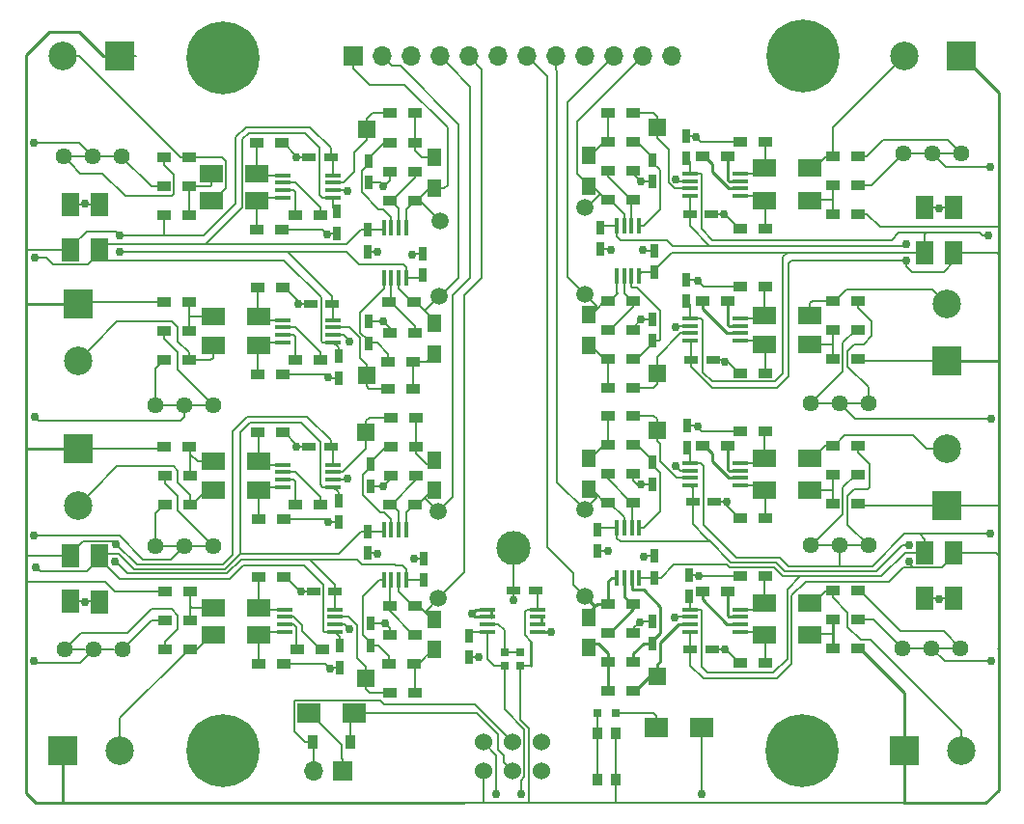
<source format=gbr>
G04 #@! TF.FileFunction,Copper,L1,Top,Signal*
%FSLAX46Y46*%
G04 Gerber Fmt 4.6, Leading zero omitted, Abs format (unit mm)*
G04 Created by KiCad (PCBNEW 4.0.6) date Tue Apr  4 15:36:56 2017*
%MOMM*%
%LPD*%
G01*
G04 APERTURE LIST*
%ADD10C,0.088900*%
%ADD11C,0.150000*%
%ADD12C,1.440000*%
%ADD13R,1.200000X0.900000*%
%ADD14R,2.000000X1.700000*%
%ADD15R,1.700000X1.700000*%
%ADD16O,1.700000X1.700000*%
%ADD17R,0.900000X1.200000*%
%ADD18R,1.450000X0.450000*%
%ADD19R,1.600000X2.000000*%
%ADD20R,1.200000X0.750000*%
%ADD21R,0.450000X1.450000*%
%ADD22R,0.640000X0.700000*%
%ADD23C,6.400000*%
%ADD24R,1.500000X1.500000*%
%ADD25C,1.500000*%
%ADD26C,3.000000*%
%ADD27R,0.750000X1.200000*%
%ADD28R,1.300000X1.500000*%
%ADD29R,2.000000X1.600000*%
%ADD30C,2.500000*%
%ADD31R,2.500000X2.500000*%
%ADD32R,0.800000X0.800000*%
%ADD33C,1.524000*%
%ADD34R,0.900000X1.000000*%
%ADD35C,0.754380*%
%ADD36C,0.203200*%
%ADD37C,0.254000*%
G04 APERTURE END LIST*
D10*
D11*
X112407700Y-129540000D02*
X111239300Y-129540000D01*
X114947700Y-129540000D02*
X113779300Y-129540000D01*
X120408700Y-120459500D02*
X119240300Y-120459500D01*
X122948700Y-120459500D02*
X121780300Y-120459500D01*
X112344200Y-86233001D02*
X111175800Y-86233001D01*
X114884200Y-86233001D02*
X113715800Y-86233001D01*
X120408703Y-108140501D02*
X119240303Y-108140501D01*
X122948703Y-108140501D02*
X121780303Y-108140501D01*
X187312300Y-129413000D02*
X188480700Y-129413000D01*
X184772300Y-129413000D02*
X185940700Y-129413000D01*
X179247797Y-120395999D02*
X180416197Y-120395999D01*
X176707797Y-120395999D02*
X177876197Y-120395999D01*
X179247797Y-107949999D02*
X180416197Y-107949999D01*
X176707797Y-107949999D02*
X177876197Y-107949999D01*
X187375800Y-85979000D02*
X188544200Y-85979000D01*
X184835800Y-85979000D02*
X186004200Y-85979000D01*
D12*
X115633500Y-129540000D03*
X113093500Y-129540000D03*
X110553500Y-129540000D03*
X123634500Y-120459500D03*
X121094500Y-120459500D03*
X118554500Y-120459500D03*
D13*
X121496000Y-104140000D03*
X119296000Y-104140000D03*
D14*
X131985000Y-135128000D03*
X135985000Y-135128000D03*
D15*
X135001000Y-140208000D03*
D16*
X132461000Y-140208000D03*
D17*
X135635000Y-137668000D03*
X132335000Y-137668000D03*
D18*
X147660000Y-126025000D03*
X147660000Y-126675000D03*
X147660000Y-127325000D03*
X147660000Y-127975000D03*
X152060000Y-127975000D03*
X152060000Y-127325000D03*
X152060000Y-126675000D03*
X152060000Y-126025000D03*
D13*
X169884999Y-105282997D03*
X172084999Y-105282997D03*
D19*
X113665000Y-90456000D03*
X113665000Y-94456000D03*
D13*
X121496000Y-86360000D03*
X119296000Y-86360000D03*
X130853000Y-104140000D03*
X133053000Y-104140000D03*
D20*
X133919000Y-111760000D03*
X132019000Y-111760000D03*
D13*
X119422999Y-124460000D03*
X121622999Y-124460000D03*
D21*
X140542080Y-119031548D03*
X139892080Y-119031548D03*
X139242080Y-119031548D03*
X138592080Y-119031548D03*
X138592080Y-123431548D03*
X139242080Y-123431548D03*
X139892080Y-123431548D03*
X140542080Y-123431548D03*
D18*
X169839999Y-102447998D03*
X169839999Y-101797998D03*
X169839999Y-101147998D03*
X169839999Y-100497998D03*
X165439999Y-100497998D03*
X165439999Y-101147998D03*
X165439999Y-101797998D03*
X165439999Y-102447998D03*
D13*
X177970001Y-124332999D03*
X180170001Y-124332999D03*
D22*
X150560000Y-129740500D03*
X149160000Y-129740500D03*
X149160000Y-130990500D03*
X150560000Y-130990500D03*
D23*
X175387000Y-77470000D03*
X124460000Y-77597000D03*
X175260000Y-138430000D03*
X124460000Y-138430000D03*
D15*
X135890001Y-77470000D03*
D16*
X138430001Y-77470000D03*
X140970001Y-77470000D03*
X143510001Y-77470000D03*
X146050001Y-77470000D03*
X148590001Y-77470000D03*
X151130001Y-77470000D03*
X153670001Y-77470000D03*
X156210001Y-77470000D03*
X158750001Y-77470000D03*
X161290001Y-77470000D03*
X163830001Y-77470000D03*
D24*
X137066180Y-83908953D03*
D25*
X143510000Y-91948000D03*
D24*
X137066180Y-105498947D03*
D25*
X143416182Y-98513948D03*
D24*
X137027087Y-110436549D03*
D25*
X143377082Y-117421552D03*
D24*
X137027082Y-132026546D03*
D25*
X143377082Y-125041550D03*
D24*
X162557509Y-131861607D03*
D25*
X156207512Y-124876607D03*
D24*
X162557511Y-110271612D03*
D25*
X156207510Y-117256614D03*
D24*
X162544473Y-105326266D03*
D25*
X156194471Y-98341265D03*
D24*
X162544471Y-83736263D03*
D25*
X156194478Y-90721268D03*
D26*
X149987000Y-120650000D03*
D13*
X160469469Y-87546264D03*
X158269469Y-87546264D03*
X158269472Y-90086264D03*
X160469472Y-90086264D03*
X169884999Y-92582997D03*
X172084999Y-92582997D03*
X177970000Y-88772999D03*
X180170000Y-88772999D03*
X177970002Y-86233001D03*
X180170002Y-86233001D03*
X160469476Y-85006261D03*
X158269476Y-85006261D03*
X158269472Y-82466266D03*
X160469472Y-82466266D03*
X168740000Y-86232999D03*
X166540000Y-86232999D03*
X172084999Y-84962997D03*
X169884999Y-84962997D03*
X180170001Y-91313001D03*
X177970001Y-91313001D03*
X160448973Y-101516263D03*
X158248973Y-101516263D03*
X158269474Y-98976268D03*
X160469474Y-98976268D03*
X177970002Y-101473004D03*
X180170002Y-101473004D03*
X178013000Y-98932998D03*
X180213000Y-98932998D03*
X160469476Y-104056265D03*
X158269476Y-104056265D03*
X158269470Y-106596266D03*
X160469470Y-106596266D03*
X168740000Y-98933002D03*
X166540000Y-98933002D03*
X172084999Y-97663000D03*
X169884999Y-97663000D03*
X180170000Y-104012999D03*
X177970000Y-104012999D03*
X160482513Y-114081614D03*
X158282513Y-114081614D03*
X158282508Y-116621613D03*
X160482508Y-116621613D03*
X169884999Y-117982997D03*
X172084999Y-117982997D03*
X177970000Y-114173000D03*
X180170000Y-114173000D03*
X177970002Y-111633001D03*
X180170002Y-111633001D03*
X160482508Y-111541613D03*
X158282508Y-111541613D03*
X158282515Y-109001612D03*
X160482515Y-109001612D03*
X168739999Y-111633002D03*
X166539999Y-111633002D03*
X172084999Y-110362997D03*
X169884999Y-110362997D03*
X180170002Y-116712999D03*
X177970002Y-116712999D03*
X160482508Y-128051611D03*
X158282508Y-128051611D03*
X158282509Y-125511613D03*
X160482509Y-125511613D03*
X169884999Y-130682997D03*
X172084999Y-130682997D03*
X177969999Y-126873000D03*
X180169999Y-126873000D03*
X160482509Y-130591608D03*
X158282509Y-130591608D03*
X158282516Y-133131611D03*
X160482516Y-133131611D03*
X168740000Y-124460000D03*
X166540000Y-124460000D03*
X172084999Y-123062999D03*
X169884999Y-123062999D03*
X180169998Y-129412999D03*
X177969998Y-129412999D03*
X139102082Y-128216547D03*
X141302082Y-128216547D03*
X141302084Y-125676549D03*
X139102084Y-125676549D03*
X129835000Y-123189999D03*
X127635000Y-123189999D03*
X121622999Y-127000001D03*
X119422999Y-127000001D03*
X121622997Y-129540001D03*
X119422997Y-129540001D03*
X139081585Y-130756548D03*
X141281585Y-130756548D03*
X141302082Y-133296546D03*
X139102082Y-133296546D03*
X130980000Y-129540000D03*
X133180000Y-129540000D03*
X127635000Y-130810003D03*
X129835000Y-130810003D03*
X139186086Y-114246552D03*
X141386086Y-114246552D03*
X141305515Y-116786549D03*
X139105515Y-116786549D03*
X129708002Y-110490006D03*
X127508002Y-110490006D03*
X121623001Y-114300002D03*
X119423001Y-114300002D03*
X121623000Y-116840000D03*
X119423000Y-116840000D03*
X139229081Y-111706552D03*
X141429081Y-111706552D03*
X141429083Y-109166550D03*
X139229083Y-109166550D03*
X130852999Y-116840002D03*
X133052999Y-116840002D03*
X127635001Y-118110002D03*
X129835001Y-118110002D03*
X119296000Y-111760001D03*
X121496000Y-111760001D03*
X121496000Y-101600000D03*
X119296000Y-101600000D03*
X119296000Y-99060000D03*
X121496000Y-99060000D03*
X139108000Y-87630000D03*
X141308000Y-87630000D03*
X141308000Y-90170000D03*
X139108000Y-90170000D03*
X121496000Y-88900000D03*
X119296000Y-88900000D03*
X141308000Y-82423000D03*
X139108000Y-82423000D03*
X130853000Y-91440000D03*
X133053000Y-91440000D03*
X127424000Y-92710000D03*
X129624000Y-92710000D03*
X139108000Y-85090000D03*
X141308000Y-85090000D03*
X138981000Y-104267000D03*
X141181000Y-104267000D03*
X141181000Y-106680000D03*
X138981000Y-106680000D03*
X129741000Y-97790000D03*
X127541000Y-97790000D03*
X141224000Y-99060000D03*
X139024000Y-99060000D03*
X139108000Y-101727000D03*
X141308000Y-101727000D03*
X129624000Y-85090000D03*
X127424000Y-85090000D03*
D18*
X169840000Y-89748000D03*
X169840000Y-89098000D03*
X169840000Y-88448000D03*
X169840000Y-87798000D03*
X165440000Y-87798000D03*
X165440000Y-88448000D03*
X165440000Y-89098000D03*
X165440000Y-89748000D03*
D21*
X159029472Y-96731264D03*
X159679472Y-96731264D03*
X160329472Y-96731264D03*
X160979472Y-96731264D03*
X160979472Y-92331264D03*
X160329472Y-92331264D03*
X159679472Y-92331264D03*
X159029472Y-92331264D03*
D18*
X169840000Y-115148000D03*
X169840000Y-114498000D03*
X169840000Y-113848000D03*
X169840000Y-113198000D03*
X165440000Y-113198000D03*
X165440000Y-113848000D03*
X165440000Y-114498000D03*
X165440000Y-115148000D03*
D21*
X159042507Y-123266609D03*
X159692507Y-123266609D03*
X160342507Y-123266609D03*
X160992507Y-123266609D03*
X160992507Y-118866609D03*
X160342507Y-118866609D03*
X159692507Y-118866609D03*
X159042507Y-118866609D03*
D18*
X169840001Y-127975000D03*
X169840001Y-127325000D03*
X169840001Y-126675000D03*
X169840001Y-126025000D03*
X165440001Y-126025000D03*
X165440001Y-126675000D03*
X165440001Y-127325000D03*
X165440001Y-127975000D03*
X129880000Y-126025000D03*
X129880000Y-126675000D03*
X129880000Y-127325000D03*
X129880000Y-127975000D03*
X134280000Y-127975000D03*
X134280000Y-127325000D03*
X134280000Y-126675000D03*
X134280000Y-126025000D03*
X129753001Y-113324999D03*
X129753001Y-113974999D03*
X129753001Y-114624999D03*
X129753001Y-115274999D03*
X134153001Y-115274999D03*
X134153001Y-114624999D03*
X134153001Y-113974999D03*
X134153001Y-113324999D03*
X129752999Y-87925000D03*
X129752999Y-88575000D03*
X129752999Y-89225000D03*
X129752999Y-89875000D03*
X134152999Y-89875000D03*
X134152999Y-89225000D03*
X134152999Y-88575000D03*
X134152999Y-87925000D03*
X129753002Y-100624998D03*
X129753002Y-101274998D03*
X129753002Y-101924998D03*
X129753002Y-102574998D03*
X134153002Y-102574998D03*
X134153002Y-101924998D03*
X134153002Y-101274998D03*
X134153002Y-100624998D03*
D21*
X140548000Y-92542000D03*
X139898000Y-92542000D03*
X139248000Y-92542000D03*
X138598000Y-92542000D03*
X138598000Y-96942000D03*
X139248000Y-96942000D03*
X139898000Y-96942000D03*
X140548000Y-96942000D03*
D27*
X146050000Y-130236000D03*
X146050000Y-128336000D03*
D20*
X151889499Y-124333000D03*
X149989499Y-124333000D03*
D27*
X162163472Y-86596264D03*
X162163472Y-88496264D03*
X162163477Y-102466268D03*
X162163477Y-100566268D03*
X157607000Y-92522000D03*
X157607000Y-94422000D03*
D20*
X165420000Y-91313000D03*
X167320000Y-91313000D03*
X165547000Y-104140000D03*
X167447000Y-104140000D03*
D27*
X162176513Y-113131612D03*
X162176513Y-115031612D03*
X162176511Y-129001607D03*
X162176511Y-127101607D03*
X157353000Y-119004000D03*
X157353000Y-120904000D03*
D20*
X165674000Y-116586000D03*
X167574000Y-116586000D03*
X165481000Y-129540000D03*
X167381000Y-129540000D03*
D27*
X137408080Y-129166551D03*
X137408080Y-127266551D03*
X137408081Y-113296548D03*
X137408081Y-115196548D03*
X142113000Y-123444000D03*
X142113000Y-121544000D03*
D20*
X134300000Y-124460000D03*
X132400000Y-124460000D03*
D27*
X137287000Y-86680000D03*
X137287000Y-88580000D03*
X141986000Y-96708000D03*
X141986000Y-94808000D03*
D20*
X134046000Y-99187000D03*
X132146000Y-99187000D03*
X133919000Y-86360000D03*
X132019000Y-86360000D03*
D27*
X137287000Y-102677000D03*
X137287000Y-100777000D03*
D19*
X111125000Y-94456000D03*
X111125000Y-90456000D03*
D28*
X143035178Y-89068953D03*
X143035178Y-86368953D03*
X143002000Y-100932000D03*
X143002000Y-103632000D03*
D27*
X134493000Y-93025000D03*
X134493000Y-91125000D03*
X134620000Y-105725000D03*
X134620000Y-103825000D03*
X137160000Y-94610000D03*
X137160000Y-92710000D03*
D19*
X111125000Y-121317000D03*
X111125000Y-125317000D03*
D28*
X142996080Y-115596549D03*
X142996080Y-112896549D03*
X142996082Y-126866550D03*
X142996082Y-129566550D03*
D27*
X134620000Y-118364000D03*
X134620000Y-116464000D03*
X134747000Y-131125000D03*
X134747000Y-129225000D03*
X137160000Y-121092000D03*
X137160000Y-119192000D03*
D19*
X113665000Y-125349000D03*
X113665000Y-121349000D03*
X188595000Y-121063000D03*
X188595000Y-125063000D03*
D28*
X156588514Y-126699110D03*
X156588514Y-129399110D03*
X156588505Y-115431611D03*
X156588505Y-112731611D03*
D27*
X165354000Y-123002000D03*
X165354000Y-124902000D03*
X165227000Y-109921000D03*
X165227000Y-111821000D03*
X162306000Y-121351000D03*
X162306000Y-123251000D03*
D19*
X186055000Y-125063000D03*
X186055000Y-121063000D03*
X188595000Y-94710000D03*
X188595000Y-90710000D03*
D28*
X156575472Y-100166269D03*
X156575472Y-102866269D03*
X156575475Y-88896266D03*
X156575475Y-86196266D03*
D27*
X165100000Y-97094000D03*
X165100000Y-98994000D03*
X165100000Y-84521000D03*
X165100000Y-86421000D03*
X162306000Y-94554000D03*
X162306000Y-96454000D03*
D19*
X186055000Y-90710000D03*
X186055000Y-94710000D03*
D13*
X119296000Y-91440000D03*
X121496000Y-91440000D03*
X127551000Y-105410000D03*
X129751000Y-105410000D03*
D29*
X127476000Y-90170000D03*
X123476000Y-90170000D03*
X127476000Y-87757000D03*
X123476000Y-87757000D03*
X127603000Y-102870000D03*
X123603000Y-102870000D03*
X127603000Y-100330000D03*
X123603000Y-100330000D03*
X127603002Y-115569998D03*
X123603002Y-115569998D03*
X127603000Y-113029999D03*
X123603000Y-113029999D03*
X127603000Y-128269998D03*
X123603000Y-128269998D03*
X127603000Y-125857000D03*
X123603000Y-125857000D03*
X171989999Y-125476000D03*
X175989999Y-125476000D03*
X171989998Y-128270000D03*
X175989998Y-128270000D03*
X171990000Y-112776000D03*
X175990000Y-112776000D03*
X171990001Y-115570000D03*
X175990001Y-115570000D03*
X171989998Y-100203001D03*
X175989998Y-100203001D03*
X171990001Y-102742998D03*
X175990001Y-102742998D03*
X171990000Y-87249000D03*
X175990000Y-87249000D03*
X171990001Y-90170000D03*
X175990001Y-90170000D03*
D30*
X110443000Y-77470000D03*
D31*
X115443000Y-77470000D03*
D30*
X111760000Y-104187000D03*
D31*
X111760000Y-99187000D03*
D30*
X111759998Y-116887001D03*
D31*
X111759998Y-111887001D03*
D30*
X115443000Y-138430000D03*
D31*
X110443000Y-138430000D03*
D30*
X189230000Y-138430000D03*
D31*
X184230000Y-138430000D03*
D30*
X187959999Y-111887001D03*
D31*
X187959999Y-116887001D03*
D30*
X187960000Y-99186998D03*
D31*
X187960000Y-104186998D03*
D30*
X184230000Y-77470000D03*
D31*
X189230000Y-77470000D03*
D32*
X157315000Y-135128000D03*
X158915000Y-135128000D03*
D14*
X162465000Y-136398000D03*
X166465000Y-136398000D03*
D33*
X149860000Y-140208000D03*
X152400000Y-140208000D03*
X147320000Y-140208000D03*
X147300000Y-137658000D03*
X149840000Y-137658000D03*
X152380000Y-137658000D03*
D34*
X158915000Y-136888000D03*
X157315000Y-136888000D03*
X158915000Y-140988000D03*
X157315000Y-140988000D03*
D12*
X115570000Y-86233001D03*
X113030000Y-86233001D03*
X110490000Y-86233001D03*
X123634503Y-108140501D03*
X121094503Y-108140501D03*
X118554503Y-108140501D03*
X184086500Y-129413000D03*
X186626500Y-129413000D03*
X189166500Y-129413000D03*
X176021997Y-120395999D03*
X178561997Y-120395999D03*
X181101997Y-120395999D03*
X176021997Y-107949999D03*
X178561997Y-107949999D03*
X181101997Y-107949999D03*
X184150000Y-85979000D03*
X186690000Y-85979000D03*
X189230000Y-85979000D03*
D35*
X146875500Y-130175000D03*
X149987000Y-125222001D03*
X161290000Y-94488000D03*
X158496000Y-94488000D03*
X165989000Y-84582000D03*
X168402000Y-91313000D03*
X166116002Y-97155000D03*
X168529000Y-104267000D03*
X166116000Y-109982000D03*
X168656000Y-116586000D03*
X161417000Y-121412000D03*
X158242000Y-120904000D03*
X166243000Y-123063000D03*
X168529000Y-129540000D03*
X133857998Y-131191000D03*
X131318000Y-124460000D03*
X138049000Y-121158000D03*
X141224000Y-121539000D03*
X133731000Y-118364000D03*
X130937000Y-111760000D03*
X133731000Y-105663988D03*
X131064000Y-99187000D03*
X138049000Y-94615000D03*
X141097000Y-94869000D03*
X133604000Y-93091000D03*
X130937000Y-86360000D03*
X164210795Y-88254934D03*
X187325000Y-90805000D03*
X112395000Y-90424000D03*
X138557000Y-88900000D03*
X135590309Y-102501086D03*
X135382000Y-89281000D03*
X135382000Y-114554000D03*
X112395000Y-125349000D03*
X135559992Y-127762000D03*
X187325000Y-125095001D03*
X164211000Y-101219000D03*
X164160008Y-113411000D03*
X164084000Y-126746000D03*
X161036000Y-127127000D03*
X138684000Y-127254000D03*
X138557000Y-115189000D03*
X138557000Y-100711000D03*
X161162990Y-100584000D03*
X161163000Y-88496264D03*
X161163000Y-115031612D03*
X153289000Y-128016000D03*
X146304000Y-126365000D03*
X115384275Y-94636600D03*
X115443000Y-93218000D03*
X115020020Y-121793000D03*
X115062000Y-120269000D03*
X184658032Y-121814600D03*
X184658000Y-120352809D03*
X184404000Y-93980000D03*
X184404000Y-95377000D03*
X191770000Y-87185500D03*
X191833500Y-109283500D03*
X191833500Y-130556000D03*
X107886500Y-130556000D03*
X107886500Y-119570500D03*
X107950000Y-109093000D03*
X107886500Y-85090000D03*
X166497000Y-142240000D03*
X150600400Y-142240000D03*
X148463000Y-142240000D03*
X191643000Y-93218002D03*
X191770000Y-119380000D03*
X107950000Y-95123000D03*
X108077000Y-122301000D03*
D36*
X149989499Y-124333000D02*
X149989499Y-120652499D01*
X149989499Y-120652499D02*
X149987000Y-120650000D01*
X146814500Y-130236000D02*
X146875500Y-130175000D01*
X146050000Y-130236000D02*
X146814500Y-130236000D01*
X149989500Y-124333001D02*
X149989501Y-125219501D01*
X149989501Y-125219501D02*
X149987000Y-125222001D01*
X162306000Y-94554000D02*
X161356000Y-94554000D01*
X161356000Y-94554000D02*
X161290000Y-94488000D01*
X158562000Y-94554000D02*
X158496000Y-94488000D01*
X158430000Y-94422000D02*
X158496000Y-94488000D01*
X157607000Y-94422000D02*
X158430000Y-94422000D01*
X165100000Y-84521000D02*
X165928000Y-84521000D01*
X166366189Y-84959189D02*
X165989000Y-84582000D01*
X166369997Y-84962997D02*
X166366189Y-84959189D01*
X169884999Y-84962997D02*
X166369997Y-84962997D01*
X165928000Y-84521000D02*
X165989000Y-84582000D01*
X168465002Y-91313000D02*
X168402000Y-91313000D01*
X169734999Y-92582997D02*
X168465002Y-91313000D01*
X169884999Y-92582997D02*
X169734999Y-92582997D01*
X167320000Y-91313000D02*
X168402000Y-91313000D01*
X165100000Y-97094000D02*
X166055002Y-97094000D01*
X166055002Y-97094000D02*
X166116002Y-97155000D01*
X166493191Y-97532189D02*
X166116002Y-97155000D01*
X166624002Y-97663000D02*
X166493191Y-97532189D01*
X169884999Y-97663000D02*
X166624002Y-97663000D01*
X168402000Y-104140000D02*
X168529000Y-104267000D01*
X168719002Y-104267000D02*
X168529000Y-104267000D01*
X169884999Y-105282997D02*
X169734999Y-105282997D01*
X167447000Y-104140000D02*
X168402000Y-104140000D01*
X169734999Y-105282997D02*
X168719002Y-104267000D01*
X166055000Y-109921000D02*
X166116000Y-109982000D01*
X165227000Y-109921000D02*
X166055000Y-109921000D01*
X166493189Y-110359189D02*
X166116000Y-109982000D01*
X166496997Y-110362997D02*
X166493189Y-110359189D01*
X169884999Y-110362997D02*
X166496997Y-110362997D01*
X168656000Y-116903998D02*
X168656000Y-116586000D01*
X169734999Y-117982997D02*
X168656000Y-116903998D01*
X169884999Y-117982997D02*
X169734999Y-117982997D01*
X167574000Y-116586000D02*
X168656000Y-116586000D01*
X162306000Y-121351000D02*
X161478000Y-121351000D01*
X161478000Y-121351000D02*
X161417000Y-121412000D01*
X157353000Y-120904000D02*
X158242000Y-120904000D01*
X166182000Y-123002000D02*
X166243000Y-123063000D01*
X165354000Y-123002000D02*
X166182000Y-123002000D01*
X166776427Y-123063000D02*
X166243000Y-123063000D01*
X169884999Y-123062999D02*
X166776427Y-123063000D01*
X168592002Y-129540000D02*
X168529000Y-129540000D01*
X169734999Y-130682997D02*
X168592002Y-129540000D01*
X169884999Y-130682997D02*
X169734999Y-130682997D01*
X167381000Y-129540000D02*
X168529000Y-129540000D01*
X133923998Y-131125000D02*
X133857998Y-131191000D01*
X134747000Y-131125000D02*
X133923998Y-131125000D01*
X133477001Y-130810003D02*
X133480809Y-130813811D01*
X129835000Y-130810003D02*
X133477001Y-130810003D01*
X133480809Y-130813811D02*
X133857998Y-131191000D01*
X129985000Y-123189999D02*
X131255001Y-124460000D01*
X129835000Y-123189999D02*
X129985000Y-123189999D01*
X132400000Y-124460000D02*
X131318000Y-124460000D01*
X131255001Y-124460000D02*
X131318000Y-124460000D01*
X137160000Y-121092000D02*
X137983000Y-121092000D01*
X137983000Y-121092000D02*
X138049000Y-121158000D01*
X141229000Y-121544000D02*
X141224000Y-121539000D01*
X142113000Y-121544000D02*
X141229000Y-121544000D01*
X133477002Y-118110002D02*
X133731000Y-118364000D01*
X129835001Y-118110002D02*
X133477002Y-118110002D01*
X134620000Y-118364000D02*
X133731000Y-118364000D01*
X130937000Y-111569004D02*
X130937000Y-111760000D01*
X129858002Y-110490006D02*
X130937000Y-111569004D01*
X129708002Y-110490006D02*
X129858002Y-110490006D01*
X130810000Y-111760000D02*
X130937000Y-111760000D01*
X132019000Y-111760000D02*
X130810000Y-111760000D01*
X133477012Y-105410000D02*
X133731000Y-105663988D01*
X129751000Y-105410000D02*
X133477012Y-105410000D01*
X133792012Y-105725000D02*
X133731000Y-105663988D01*
X134620000Y-105725000D02*
X133792012Y-105725000D01*
X131064000Y-98963000D02*
X131064000Y-99187000D01*
X129891000Y-97790000D02*
X131064000Y-98963000D01*
X129741000Y-97790000D02*
X129891000Y-97790000D01*
X132146000Y-99187000D02*
X131064000Y-99187000D01*
X137160000Y-94610000D02*
X138044000Y-94610000D01*
X138044000Y-94610000D02*
X138049000Y-94615000D01*
X141986000Y-94808000D02*
X141158000Y-94808000D01*
X141158000Y-94808000D02*
X141097000Y-94869000D01*
X133670000Y-93025000D02*
X133604000Y-93091000D01*
X134493000Y-93025000D02*
X133670000Y-93025000D01*
X133226811Y-92713811D02*
X133604000Y-93091000D01*
X133223000Y-92710000D02*
X133226811Y-92713811D01*
X129624000Y-92710000D02*
X133223000Y-92710000D01*
X130937000Y-86253000D02*
X130937000Y-86360000D01*
X129774000Y-85090000D02*
X130937000Y-86253000D01*
X129624000Y-85090000D02*
X129774000Y-85090000D01*
X132019000Y-86360000D02*
X130937000Y-86360000D01*
X165440000Y-88448000D02*
X164403861Y-88448000D01*
X164403861Y-88448000D02*
X164210795Y-88254934D01*
X188595000Y-90710000D02*
X187420000Y-90710000D01*
X187420000Y-90710000D02*
X187325000Y-90805000D01*
X186055000Y-90710000D02*
X187230000Y-90710000D01*
X187230000Y-90710000D02*
X187325000Y-90805000D01*
X111125000Y-90456000D02*
X112363000Y-90456000D01*
X112363000Y-90456000D02*
X112395000Y-90424000D01*
X113665000Y-90456000D02*
X112427000Y-90456000D01*
X112427000Y-90456000D02*
X112395000Y-90424000D01*
X139108000Y-88349000D02*
X138934189Y-88522811D01*
X139108000Y-87630000D02*
X139108000Y-88349000D01*
X138237000Y-88580000D02*
X138557000Y-88900000D01*
X138934189Y-88522811D02*
X138557000Y-88900000D01*
X137287000Y-88580000D02*
X138237000Y-88580000D01*
X137160000Y-100716000D02*
X138552000Y-100716000D01*
X138552000Y-100716000D02*
X138557000Y-100711000D01*
X135081202Y-101924998D02*
X135590309Y-102434105D01*
X134153002Y-101924998D02*
X135081202Y-101924998D01*
X135590309Y-102434105D02*
X135590309Y-102501086D01*
X134152999Y-89225000D02*
X135326000Y-89225000D01*
X135326000Y-89225000D02*
X135382000Y-89281000D01*
X134153001Y-114624999D02*
X135311001Y-114624999D01*
X135311001Y-114624999D02*
X135382000Y-114554000D01*
X113665000Y-125316998D02*
X112427002Y-125316998D01*
X112427002Y-125316998D02*
X112395000Y-125349000D01*
X111124998Y-125317000D02*
X112363000Y-125317000D01*
X112363000Y-125317000D02*
X112395000Y-125349000D01*
X135122992Y-127325000D02*
X135559992Y-127762000D01*
X134280000Y-127325000D02*
X135122992Y-127325000D01*
X186055000Y-125062999D02*
X187293000Y-125063001D01*
X187293000Y-125063001D02*
X187325000Y-125095001D01*
X188594999Y-125063000D02*
X187357000Y-125063000D01*
X187357000Y-125063000D02*
X187325000Y-125095001D01*
X164282002Y-101147998D02*
X164211000Y-101219000D01*
X165439999Y-101147998D02*
X164282002Y-101147998D01*
X165440000Y-113848000D02*
X164597008Y-113848000D01*
X164597008Y-113848000D02*
X164160008Y-113411000D01*
X165440001Y-126675000D02*
X164155000Y-126675000D01*
X164155000Y-126675000D02*
X164084000Y-126746000D01*
X162176511Y-127101607D02*
X161061393Y-127101607D01*
X161061393Y-127101607D02*
X161036000Y-127127000D01*
X160482508Y-128051611D02*
X160482508Y-127680492D01*
X160482508Y-127680492D02*
X161036000Y-127127000D01*
X139102082Y-128216547D02*
X139102082Y-127672082D01*
X139102082Y-127672082D02*
X138684000Y-127254000D01*
X137408080Y-127266551D02*
X138671449Y-127266551D01*
X138671449Y-127266551D02*
X138684000Y-127254000D01*
X137408081Y-115196548D02*
X138549452Y-115196548D01*
X138549452Y-115196548D02*
X138557000Y-115189000D01*
X139186086Y-114246552D02*
X139186086Y-114559914D01*
X139186086Y-114559914D02*
X138557000Y-115189000D01*
X138529047Y-100738953D02*
X138557000Y-100711000D01*
X139141175Y-101688949D02*
X139141175Y-101295175D01*
X139141175Y-101295175D02*
X138557000Y-100711000D01*
X162163477Y-100566268D02*
X161180722Y-100566268D01*
X161180722Y-100566268D02*
X161162990Y-100584000D01*
X160448973Y-101516263D02*
X160448973Y-101298017D01*
X160448973Y-101298017D02*
X161162990Y-100584000D01*
X160448973Y-101516263D02*
X160598973Y-101516263D01*
X162163472Y-88496264D02*
X161163000Y-88496264D01*
X160469469Y-87546264D02*
X160469469Y-87802733D01*
X160469469Y-87802733D02*
X161163000Y-88496264D01*
X161163000Y-115031612D02*
X160779311Y-115031612D01*
X162176513Y-115031612D02*
X161163000Y-115031612D01*
X160482513Y-114734814D02*
X160482513Y-114081614D01*
X160779311Y-115031612D02*
X160482513Y-114734814D01*
D37*
X152060000Y-127975000D02*
X153248000Y-127975000D01*
X153248000Y-127975000D02*
X153289000Y-128016000D01*
X146614000Y-126675000D02*
X146304000Y-126365000D01*
X147660000Y-126675000D02*
X146614000Y-126675000D01*
X147660000Y-126025000D02*
X146644000Y-126025000D01*
X146644000Y-126025000D02*
X146304000Y-126365000D01*
X148000000Y-126066000D02*
X147500000Y-126066000D01*
X148000000Y-126716000D02*
X148000000Y-126066000D01*
D36*
X141308000Y-85090000D02*
X141308000Y-85743200D01*
X141308000Y-85743200D02*
X141933753Y-86368953D01*
X141933753Y-86368953D02*
X142181978Y-86368953D01*
X142181978Y-86368953D02*
X143035178Y-86368953D01*
X141308000Y-82423000D02*
X141308000Y-85090000D01*
X143035178Y-86768953D02*
X143035178Y-86543953D01*
X129752999Y-89875000D02*
X127771000Y-89875000D01*
X127476000Y-90170000D02*
X127476000Y-92658000D01*
X127771000Y-89875000D02*
X127476000Y-90170000D01*
X127476000Y-92658000D02*
X127424000Y-92710000D01*
X121496000Y-88900000D02*
X123386200Y-88900000D01*
X123386200Y-88900000D02*
X123476000Y-88810200D01*
X123476000Y-88810200D02*
X123476000Y-87757000D01*
X121496000Y-91440000D02*
X121496000Y-90786800D01*
X121496000Y-90786800D02*
X121496000Y-88900000D01*
X127551000Y-105410000D02*
X127551000Y-102922000D01*
X127551000Y-102922000D02*
X127603000Y-102870000D01*
X129753002Y-102574998D02*
X127898002Y-102574998D01*
X127898002Y-102574998D02*
X127603000Y-102870000D01*
X138598000Y-96942000D02*
X138598000Y-97870200D01*
X137983200Y-102616000D02*
X138981000Y-103613800D01*
X138598000Y-97870200D02*
X136525000Y-99943200D01*
X136525000Y-99943200D02*
X136525000Y-101727000D01*
X136525000Y-101727000D02*
X137160000Y-102362000D01*
X137160000Y-102362000D02*
X137160000Y-102616000D01*
X137160000Y-102616000D02*
X137983200Y-102616000D01*
X138981000Y-103613800D02*
X138981000Y-104267000D01*
D37*
X152400000Y-127366000D02*
X152400000Y-126716000D01*
D36*
X143510000Y-91948000D02*
X141732000Y-90170000D01*
X141732000Y-90170000D02*
X141308000Y-90170000D01*
X143035178Y-89068953D02*
X143888378Y-89068953D01*
X144166178Y-88791153D02*
X144166178Y-83745007D01*
X143888378Y-89068953D02*
X144166178Y-88791153D01*
X141308000Y-90170000D02*
X141458000Y-90170000D01*
X141458000Y-90170000D02*
X142559047Y-89068953D01*
X142559047Y-89068953D02*
X143035178Y-89068953D01*
X140548000Y-92542000D02*
X140548000Y-92497000D01*
X140548000Y-92497000D02*
X140589000Y-92456000D01*
X140589000Y-92456000D02*
X140589000Y-90889000D01*
X140589000Y-90889000D02*
X141308000Y-90170000D01*
X135890001Y-78523200D02*
X135890001Y-77470000D01*
X140431171Y-80010000D02*
X137376801Y-80010000D01*
X144166178Y-83745007D02*
X140431171Y-80010000D01*
X137376801Y-80010000D02*
X135890001Y-78523200D01*
X143416182Y-98513948D02*
X143548052Y-98513948D01*
X145161000Y-96901000D02*
X145161000Y-83439000D01*
X145161000Y-83439000D02*
X140041999Y-78319999D01*
X143548052Y-98513948D02*
X145161000Y-96901000D01*
X140041999Y-78319999D02*
X139280000Y-78319999D01*
X139280000Y-78319999D02*
X138430001Y-77470000D01*
X142240000Y-99926000D02*
X143002000Y-100688000D01*
X141374000Y-99060000D02*
X142240000Y-99926000D01*
X142240000Y-99926000D02*
X142240000Y-99690130D01*
X142240000Y-99690130D02*
X143416182Y-98513948D01*
X141224000Y-99060000D02*
X141374000Y-99060000D01*
X143002000Y-100688000D02*
X143002000Y-100932000D01*
X141341178Y-99148951D02*
X141176751Y-99148951D01*
X141176751Y-99148951D02*
X139898000Y-97870200D01*
X139898000Y-97870200D02*
X139898000Y-96942000D01*
X137066180Y-83908953D02*
X137066180Y-82955753D01*
X137066180Y-82955753D02*
X137598933Y-82423000D01*
X137598933Y-82423000D02*
X138304800Y-82423000D01*
X138304800Y-82423000D02*
X139108000Y-82423000D01*
X134152999Y-88575000D02*
X135081199Y-88575000D01*
X135081199Y-88575000D02*
X136017000Y-87639199D01*
X136017000Y-87639199D02*
X136017000Y-85911333D01*
X136017000Y-85911333D02*
X137066180Y-84862153D01*
X137066180Y-84862153D02*
X137066180Y-83908953D01*
X137066180Y-105498947D02*
X137066180Y-104545747D01*
X137066180Y-104545747D02*
X136470594Y-103950161D01*
X136470594Y-103950161D02*
X136470594Y-102211424D01*
X136470594Y-102211424D02*
X135534168Y-101274998D01*
X135534168Y-101274998D02*
X135081202Y-101274998D01*
X135081202Y-101274998D02*
X134153002Y-101274998D01*
X137066180Y-105498947D02*
X137066180Y-106452147D01*
X137066180Y-106452147D02*
X137294033Y-106680000D01*
X137294033Y-106680000D02*
X138177800Y-106680000D01*
X138177800Y-106680000D02*
X138981000Y-106680000D01*
X165481000Y-129540000D02*
X165481000Y-130937000D01*
X175592077Y-123571000D02*
X182901632Y-123571000D01*
X165481000Y-130937000D02*
X166624000Y-132080000D01*
X166624000Y-132080000D02*
X173101000Y-132080000D01*
X173101000Y-132080000D02*
X174374811Y-130806189D01*
X174374811Y-130806189D02*
X174374811Y-124788266D01*
X174374811Y-124788266D02*
X175592077Y-123571000D01*
X182901632Y-123571000D02*
X184130231Y-122342401D01*
X184130231Y-122342401D02*
X185031479Y-122342401D01*
X167195500Y-120078500D02*
X169037000Y-121920000D01*
X169037000Y-121920000D02*
X173033752Y-121920000D01*
X173033752Y-121920000D02*
X173795752Y-122682000D01*
X173795752Y-122682000D02*
X181795382Y-122682000D01*
X181795382Y-122682000D02*
X184124573Y-120352809D01*
X184124573Y-120352809D02*
X184658000Y-120352809D01*
X166878000Y-119761000D02*
X167195500Y-120078500D01*
X159042507Y-118866609D02*
X159042507Y-119794809D01*
X159042507Y-119794809D02*
X159326198Y-120078500D01*
X159326198Y-120078500D02*
X167195500Y-120078500D01*
X132080000Y-121665998D02*
X132079998Y-121666000D01*
X126045660Y-121666000D02*
X124839138Y-122872522D01*
X132079998Y-121666000D02*
X126045660Y-121666000D01*
X124839138Y-122872522D02*
X116099542Y-122872522D01*
X116099542Y-122872522D02*
X115397209Y-122170189D01*
X115397209Y-122170189D02*
X115020020Y-121793000D01*
X133919000Y-111181800D02*
X133919000Y-111760000D01*
X131830200Y-109093000D02*
X133919000Y-111181800D01*
X125349000Y-121254170D02*
X125349000Y-110363000D01*
X116903500Y-122110500D02*
X124492670Y-122110500D01*
X115062000Y-120269000D02*
X116903500Y-122110500D01*
X126619000Y-109093000D02*
X131830200Y-109093000D01*
X125349000Y-110363000D02*
X126619000Y-109093000D01*
X124492670Y-122110500D02*
X125349000Y-121254170D01*
X158877000Y-143002000D02*
X184150000Y-143002000D01*
X151333198Y-143002000D02*
X158877000Y-143002000D01*
X158877000Y-143002000D02*
X158915000Y-142964000D01*
X158915000Y-142964000D02*
X158915000Y-140988000D01*
X158915000Y-136888000D02*
X158915000Y-140988000D01*
X150560000Y-131543700D02*
X150560000Y-130990500D01*
X150560000Y-135670170D02*
X150560000Y-131543700D01*
X151333198Y-143002000D02*
X151333198Y-136443368D01*
X151333198Y-136443368D02*
X150560000Y-135670170D01*
X147320000Y-143002000D02*
X151333198Y-143002000D01*
X147320000Y-143002000D02*
X147320000Y-140208000D01*
X145678000Y-143002000D02*
X147320000Y-143002000D01*
X152060000Y-126025000D02*
X152060000Y-124503501D01*
X152060000Y-124503501D02*
X151889499Y-124333000D01*
X150939500Y-128270000D02*
X150939500Y-126217300D01*
X150939500Y-126217300D02*
X151131800Y-126025000D01*
X151131800Y-126025000D02*
X152060000Y-126025000D01*
X151510000Y-128840500D02*
X150939500Y-128270000D01*
D37*
X151510000Y-130937000D02*
X151510000Y-128840500D01*
D36*
X151456500Y-130990500D02*
X150560000Y-130990500D01*
X151510000Y-130937000D02*
X151456500Y-130990500D01*
X136256076Y-121665998D02*
X132080000Y-121665998D01*
X139638835Y-122195592D02*
X139522827Y-122079584D01*
X140234324Y-122195592D02*
X139638835Y-122195592D01*
X140542080Y-122503348D02*
X140234324Y-122195592D01*
X136669662Y-122079584D02*
X136256076Y-121665998D01*
X140542080Y-123431548D02*
X140542080Y-122503348D01*
X139522827Y-122079584D02*
X136669662Y-122079584D01*
X180170001Y-91313001D02*
X180973201Y-91313001D01*
X191306244Y-92456000D02*
X192532000Y-92456000D01*
X180973201Y-91313001D02*
X182116200Y-92456000D01*
X182116200Y-92456000D02*
X191306244Y-92456000D01*
X133919000Y-86360000D02*
X133919000Y-85532000D01*
X133919000Y-85532000D02*
X132080000Y-83693000D01*
X132080000Y-83693000D02*
X126492000Y-83693000D01*
X126492000Y-83693000D02*
X125603000Y-84582000D01*
X125603000Y-84582000D02*
X125603000Y-90395922D01*
X125603000Y-90395922D02*
X122780922Y-93218000D01*
X122780922Y-93218000D02*
X121224000Y-93218000D01*
X121224000Y-93218000D02*
X119253000Y-93218000D01*
X135276600Y-94636600D02*
X130175000Y-94636600D01*
X130175000Y-94636600D02*
X115917702Y-94636600D01*
X134046000Y-98608800D02*
X134046000Y-98507600D01*
X134046000Y-98507600D02*
X130175000Y-94636600D01*
X140548000Y-96942000D02*
X140548000Y-96013800D01*
X140548000Y-96013800D02*
X140301601Y-95767401D01*
X140301601Y-95767401D02*
X136407401Y-95767401D01*
X136407401Y-95767401D02*
X135276600Y-94636600D01*
X115917702Y-94636600D02*
X115384275Y-94636600D01*
X119253000Y-93218000D02*
X115443000Y-93218000D01*
X119296000Y-91440000D02*
X119296000Y-93175000D01*
X119296000Y-93175000D02*
X119253000Y-93218000D01*
X119446000Y-91440000D02*
X119296000Y-91440000D01*
X115443000Y-93218000D02*
X115065811Y-92840811D01*
X115065811Y-92840811D02*
X112540189Y-92840811D01*
X111125000Y-94256000D02*
X111125000Y-94456000D01*
X112540189Y-92840811D02*
X111125000Y-94256000D01*
D37*
X192532000Y-92456000D02*
X192532000Y-80645000D01*
X189357000Y-77470000D02*
X189150000Y-77470000D01*
X192532000Y-80645000D02*
X189357000Y-77470000D01*
D36*
X107188000Y-121412000D02*
X107283000Y-121317000D01*
X107283000Y-121317000D02*
X110121800Y-121317000D01*
X110121800Y-121317000D02*
X111125000Y-121317000D01*
D37*
X107188000Y-124460000D02*
X107188000Y-123571000D01*
X107188000Y-123571000D02*
X107188000Y-122809000D01*
D36*
X119422999Y-124460000D02*
X115033971Y-124460000D01*
X115033971Y-124460000D02*
X114144971Y-123571000D01*
X114144971Y-123571000D02*
X107188000Y-123571000D01*
X115062000Y-120269000D02*
X114862599Y-120069599D01*
X114862599Y-120069599D02*
X112172401Y-120069599D01*
X111125000Y-121117000D02*
X111125000Y-121317000D01*
X112172401Y-120069599D02*
X111125000Y-121117000D01*
X111125000Y-121517000D02*
X111125000Y-121317000D01*
D37*
X107188000Y-121412000D02*
X107188000Y-111760000D01*
X107188000Y-122809000D02*
X107188000Y-121412000D01*
D36*
X134300000Y-123881800D02*
X134295802Y-123881800D01*
X134295802Y-123881800D02*
X132080000Y-121665998D01*
X115020014Y-121793006D02*
X115020020Y-121793000D01*
X115020002Y-121793018D02*
X115020020Y-121793000D01*
X184658032Y-121814600D02*
X184658032Y-121968954D01*
X184658032Y-121968954D02*
X185031479Y-122342401D01*
X185031479Y-122342401D02*
X187515599Y-122342401D01*
X187515599Y-122342401D02*
X188595000Y-121263000D01*
X188595000Y-121263000D02*
X188595000Y-121063000D01*
X187959999Y-116887001D02*
X192484999Y-116887001D01*
X192484999Y-116887001D02*
X192532000Y-116840000D01*
X165674000Y-116586000D02*
X165674000Y-118557000D01*
X165674000Y-118557000D02*
X166878000Y-119761000D01*
X157353000Y-119004000D02*
X157353000Y-119229000D01*
D37*
X192532000Y-94869000D02*
X192532000Y-94742000D01*
X192532000Y-104140000D02*
X192532000Y-94869000D01*
D36*
X192532000Y-94869000D02*
X192373000Y-94710000D01*
X192373000Y-94710000D02*
X188595000Y-94710000D01*
D37*
X192532000Y-94742000D02*
X192532000Y-92456000D01*
D36*
X188595000Y-94710000D02*
X188595000Y-94510000D01*
X184404000Y-95377000D02*
X184404000Y-95885000D01*
X184404000Y-95885000D02*
X184912000Y-96393000D01*
X184912000Y-96393000D02*
X187706000Y-96393000D01*
X187706000Y-96393000D02*
X188595000Y-95504000D01*
X188595000Y-95504000D02*
X188595000Y-94710000D01*
X184404000Y-93980000D02*
X184277000Y-94107000D01*
X184277000Y-94107000D02*
X167164588Y-94107000D01*
X184404000Y-95377000D02*
X174371000Y-95377000D01*
X174371000Y-95377000D02*
X174117000Y-95631000D01*
X173101000Y-106553000D02*
X167381800Y-106553000D01*
X174117000Y-95631000D02*
X174117000Y-105537000D01*
X165547000Y-104718200D02*
X165547000Y-104140000D01*
X174117000Y-105537000D02*
X173101000Y-106553000D01*
X167381800Y-106553000D02*
X165547000Y-104718200D01*
X187293000Y-117554000D02*
X187959999Y-116887001D01*
X163449000Y-93599000D02*
X163957000Y-94107000D01*
X163957000Y-94107000D02*
X167164588Y-94107000D01*
X159369008Y-93599000D02*
X163449000Y-93599000D01*
X159029472Y-92331264D02*
X159029472Y-93259464D01*
X159029472Y-93259464D02*
X159369008Y-93599000D01*
X165420000Y-92362412D02*
X167164588Y-94107000D01*
X165420000Y-91313000D02*
X165420000Y-92362412D01*
X188595000Y-120863000D02*
X188595000Y-121063000D01*
X134300000Y-124460000D02*
X134300000Y-123881800D01*
X134046000Y-98608800D02*
X134041800Y-98608800D01*
X134046000Y-99187000D02*
X134046000Y-98608800D01*
X119296000Y-99060000D02*
X111887000Y-99060000D01*
X111887000Y-99060000D02*
X111760000Y-99187000D01*
X107220000Y-94456000D02*
X111125000Y-94456000D01*
D37*
X107188000Y-94488000D02*
X107188000Y-77343000D01*
X107188000Y-99187000D02*
X107188000Y-94488000D01*
D36*
X107188000Y-94488000D02*
X107220000Y-94456000D01*
X134152999Y-87925000D02*
X134152999Y-86593999D01*
X134152999Y-86593999D02*
X133919000Y-86360000D01*
X140548000Y-96942000D02*
X141752000Y-96942000D01*
X141752000Y-96942000D02*
X141986000Y-96708000D01*
X115443000Y-77470000D02*
X116896200Y-77470000D01*
X134153002Y-100624998D02*
X134153002Y-99333998D01*
X134153002Y-99333998D02*
X134300000Y-99187000D01*
X134153001Y-113324999D02*
X134153001Y-111994001D01*
X134153001Y-111994001D02*
X133919000Y-111760000D01*
X134280000Y-126025000D02*
X134280000Y-124480000D01*
X134280000Y-124480000D02*
X134300000Y-124460000D01*
X142113000Y-123444000D02*
X140554532Y-123444000D01*
X140554532Y-123444000D02*
X140542080Y-123431548D01*
X165674000Y-116586000D02*
X165674000Y-115382000D01*
X165674000Y-115382000D02*
X165440000Y-115148000D01*
X188595000Y-117522002D02*
X187959999Y-116887001D01*
X165420000Y-115168000D02*
X165440000Y-115148000D01*
X159029472Y-92331264D02*
X157797736Y-92331264D01*
X157797736Y-92331264D02*
X157607000Y-92522000D01*
D37*
X192532000Y-121285000D02*
X192532000Y-116840000D01*
X192532000Y-125095000D02*
X192532000Y-121285000D01*
D36*
X192310000Y-121063000D02*
X188595000Y-121063000D01*
X192532000Y-121285000D02*
X192310000Y-121063000D01*
D37*
X192532000Y-129476500D02*
X192532000Y-125095000D01*
D36*
X159042507Y-118866609D02*
X157490391Y-118866609D01*
X157490391Y-118866609D02*
X157353000Y-119004000D01*
X165420000Y-91313000D02*
X165420000Y-89768000D01*
X165420000Y-89768000D02*
X165440000Y-89748000D01*
X165547000Y-104140000D02*
X165547000Y-102554999D01*
X165547000Y-102554999D02*
X165439999Y-102447998D01*
X165440001Y-127975000D02*
X165440001Y-129499001D01*
X165440001Y-129499001D02*
X165481000Y-129540000D01*
X111759998Y-111887001D02*
X119296002Y-111887001D01*
X119296002Y-111887001D02*
X119423002Y-111760001D01*
X165576200Y-89748000D02*
X165440000Y-89748000D01*
X165939999Y-102447998D02*
X165439999Y-102447998D01*
X187960000Y-104186998D02*
X180343999Y-104186998D01*
X180343999Y-104186998D02*
X180170000Y-104012999D01*
X187959999Y-116887001D02*
X180344004Y-116887001D01*
X180344004Y-116887001D02*
X180170002Y-116712999D01*
D37*
X184230000Y-138430000D02*
X184230000Y-133323001D01*
X184230000Y-133323001D02*
X180319998Y-129412999D01*
X180319998Y-129412999D02*
X180169998Y-129412999D01*
X110490000Y-143002000D02*
X108077000Y-143002000D01*
X145678000Y-143002000D02*
X110490000Y-143002000D01*
X110490000Y-143002000D02*
X110443000Y-142955000D01*
X110443000Y-142955000D02*
X110443000Y-138430000D01*
X184150000Y-143002000D02*
X191389000Y-143002000D01*
X184150000Y-143002000D02*
X184230000Y-142922000D01*
X184230000Y-142922000D02*
X184230000Y-138430000D01*
X109220000Y-75311000D02*
X111827000Y-75311000D01*
X111827000Y-75311000D02*
X113986000Y-77470000D01*
X113986000Y-77470000D02*
X115490000Y-77470000D01*
X107188000Y-77343000D02*
X109220000Y-75311000D01*
X192485002Y-104186998D02*
X187960000Y-104186998D01*
X192532000Y-116840000D02*
X192532000Y-104140000D01*
X192532000Y-104140000D02*
X192485002Y-104186998D01*
X192532000Y-141859000D02*
X192532000Y-129476500D01*
X192532000Y-129476500D02*
X192468501Y-129413001D01*
X107188000Y-142113000D02*
X107188000Y-124460000D01*
X107188000Y-111760000D02*
X107188000Y-99187000D01*
X107188000Y-111760000D02*
X107315001Y-111887001D01*
X107315001Y-111887001D02*
X111759998Y-111887001D01*
X107188000Y-99187000D02*
X111760000Y-99187000D01*
X180170000Y-129413001D02*
X180169998Y-129412999D01*
X108077000Y-143002000D02*
X107188000Y-142113000D01*
X191389000Y-143002000D02*
X192532000Y-141859000D01*
D36*
X121094503Y-108140501D02*
X121094503Y-109158734D01*
X121094503Y-109158734D02*
X120783048Y-109470189D01*
X120783048Y-109470189D02*
X108327189Y-109470189D01*
X108327189Y-109470189D02*
X107950000Y-109093000D01*
X186690000Y-85979000D02*
X187896500Y-87185500D01*
X187896500Y-87185500D02*
X191770000Y-87185500D01*
X178561997Y-107949999D02*
X179895498Y-109283500D01*
X179895498Y-109283500D02*
X191833500Y-109283500D01*
X175196500Y-123126500D02*
X175133000Y-123126500D01*
X175133000Y-123126500D02*
X173990000Y-124269500D01*
X173990000Y-124269500D02*
X173990000Y-130330918D01*
X173990000Y-130330918D02*
X172748918Y-131572000D01*
X172748918Y-131572000D02*
X167005000Y-131572000D01*
X166501599Y-131068599D02*
X166501599Y-126158398D01*
X167005000Y-131572000D02*
X166501599Y-131068599D01*
X166501599Y-126158398D02*
X166368201Y-126025000D01*
X166368201Y-126025000D02*
X165440001Y-126025000D01*
X175196500Y-123126500D02*
X182245000Y-123126500D01*
X182245000Y-123126500D02*
X184308500Y-121063000D01*
X184308500Y-121063000D02*
X185051800Y-121063000D01*
X185051800Y-121063000D02*
X186055000Y-121063000D01*
X162306000Y-123251000D02*
X162884200Y-123251000D01*
X162884200Y-123251000D02*
X164024700Y-122110500D01*
X164024700Y-122110500D02*
X168688670Y-122110500D01*
X168911768Y-122333598D02*
X172816098Y-122333598D01*
X168688670Y-122110500D02*
X168911768Y-122333598D01*
X173609000Y-123126500D02*
X175133000Y-123126500D01*
X172816098Y-122333598D02*
X173609000Y-123126500D01*
X178498500Y-122237500D02*
X181419500Y-122237500D01*
X174053500Y-122237500D02*
X178498500Y-122237500D01*
X178498500Y-122237500D02*
X178562000Y-122174000D01*
X178562000Y-122174000D02*
X178562000Y-120396000D01*
X191770000Y-119380000D02*
X191236573Y-119380000D01*
X191236573Y-119380000D02*
X185575200Y-119380000D01*
X165440000Y-113198000D02*
X166368200Y-113198000D01*
X186055000Y-119859800D02*
X186055000Y-121063000D01*
X166368200Y-113198000D02*
X166624000Y-113453800D01*
X166624000Y-113453800D02*
X166624000Y-118618000D01*
X166624000Y-118618000D02*
X169481500Y-121475500D01*
X169481500Y-121475500D02*
X173291500Y-121475500D01*
X173291500Y-121475500D02*
X174053500Y-122237500D01*
X181419500Y-122237500D02*
X184277000Y-119380000D01*
X184277000Y-119380000D02*
X185575200Y-119380000D01*
X185575200Y-119380000D02*
X186055000Y-119859800D01*
X186626500Y-129413000D02*
X187769500Y-130556000D01*
X187769500Y-130556000D02*
X191833500Y-130556000D01*
X107886500Y-119570500D02*
X115379500Y-119570500D01*
X115379500Y-119570500D02*
X117475000Y-121666000D01*
X117475000Y-121666000D02*
X119888000Y-121666000D01*
X119888000Y-121666000D02*
X120374501Y-121179499D01*
X120374501Y-121179499D02*
X121094500Y-120459500D01*
X134280000Y-127975000D02*
X133351800Y-127975000D01*
X115433000Y-123317000D02*
X113665000Y-121549000D01*
X133351800Y-127975000D02*
X133275599Y-127898799D01*
X133275599Y-127898799D02*
X133275599Y-125062323D01*
X133275599Y-125062323D02*
X133279401Y-125058521D01*
X133279401Y-125058521D02*
X133279401Y-123861479D01*
X133279401Y-123861479D02*
X131591922Y-122174000D01*
X131591922Y-122174000D02*
X126238000Y-122174000D01*
X126238000Y-122174000D02*
X125095000Y-123317000D01*
X125095000Y-123317000D02*
X115433000Y-123317000D01*
X137160000Y-119192000D02*
X136581800Y-119192000D01*
X136581800Y-119192000D02*
X134615800Y-121158000D01*
X134615800Y-121158000D02*
X125984000Y-121158000D01*
X113665000Y-121349000D02*
X113877592Y-121136408D01*
X125984000Y-110461086D02*
X126844086Y-109601000D01*
X113877592Y-121136408D02*
X115335167Y-121136408D01*
X115335167Y-121136408D02*
X116690270Y-122491511D01*
X133224801Y-115274999D02*
X134153001Y-115274999D01*
X116690270Y-122491511D02*
X124650489Y-122491511D01*
X126844086Y-109601000D02*
X131318000Y-109601000D01*
X131318000Y-109601000D02*
X133039599Y-111322599D01*
X124650489Y-122491511D02*
X125984000Y-121158000D01*
X125984000Y-121158000D02*
X125984000Y-110461086D01*
X133039599Y-115089797D02*
X133224801Y-115274999D01*
X133039599Y-111322599D02*
X133039599Y-115089797D01*
X113093497Y-129539999D02*
X111950496Y-130683000D01*
X108013500Y-130683000D02*
X107886500Y-130556000D01*
X111950496Y-130683000D02*
X108013500Y-130683000D01*
X113665000Y-121549000D02*
X113665000Y-121349000D01*
X107996901Y-109139901D02*
X107950000Y-109093000D01*
X113157000Y-86360000D02*
X111887000Y-85090000D01*
X111887000Y-85090000D02*
X107886500Y-85090000D01*
X166465000Y-136398000D02*
X166465000Y-142208000D01*
X166465000Y-142208000D02*
X166497000Y-142240000D01*
X149160000Y-130990500D02*
X149160000Y-134493000D01*
X150901401Y-136550401D02*
X149160000Y-134809000D01*
X149160000Y-134809000D02*
X149160000Y-134493000D01*
X150901401Y-140707873D02*
X150901401Y-136550401D01*
X150600400Y-142240000D02*
X150600400Y-141008874D01*
X150600400Y-141008874D02*
X150901401Y-140707873D01*
X147300000Y-137658000D02*
X148463000Y-138821000D01*
X148463000Y-138821000D02*
X148463000Y-142240000D01*
X148283500Y-130990500D02*
X147660000Y-130367000D01*
X147660000Y-130367000D02*
X147660000Y-127975000D01*
X148283500Y-130990500D02*
X149160000Y-130990500D01*
D37*
X147701000Y-128016000D02*
X147660000Y-127975000D01*
D36*
X147660000Y-127975000D02*
X146411000Y-127975000D01*
X146411000Y-127975000D02*
X146050000Y-128336000D01*
X186182000Y-92964000D02*
X190855571Y-92964000D01*
X190855571Y-92964000D02*
X191109573Y-93218002D01*
X191109573Y-93218002D02*
X191643000Y-93218002D01*
X183769000Y-92964000D02*
X186182000Y-92964000D01*
X186182000Y-92964000D02*
X186055000Y-93091000D01*
X186055000Y-93091000D02*
X186055000Y-94710000D01*
X179070000Y-93599000D02*
X183134000Y-93599000D01*
X183134000Y-93599000D02*
X183769000Y-92964000D01*
X186055000Y-94107000D02*
X186055000Y-94710000D01*
X134152999Y-89875000D02*
X133224799Y-89875000D01*
X126196599Y-84764479D02*
X126196599Y-90719401D01*
X133224799Y-89875000D02*
X132969000Y-89619201D01*
X132969000Y-89619201D02*
X132969000Y-85536198D01*
X132969000Y-85536198D02*
X131633802Y-84201000D01*
X131633802Y-84201000D02*
X126760078Y-84201000D01*
X126760078Y-84201000D02*
X126196599Y-84764479D01*
X126196599Y-90719401D02*
X122936000Y-93980000D01*
X119761000Y-95377000D02*
X129819427Y-95377000D01*
X133096000Y-102446196D02*
X133224802Y-102574998D01*
X129819427Y-95377000D02*
X133096000Y-98653573D01*
X133096000Y-98653573D02*
X133096000Y-102446196D01*
X133224802Y-102574998D02*
X134153002Y-102574998D01*
X119761006Y-95377000D02*
X114386000Y-95377000D01*
X114386000Y-95377000D02*
X113665000Y-94656000D01*
X137160000Y-92710000D02*
X136581800Y-92710000D01*
X136581800Y-92710000D02*
X135311800Y-93980000D01*
X135311800Y-93980000D02*
X122936000Y-93980000D01*
X114141000Y-93980000D02*
X113665000Y-94456000D01*
X122936000Y-93980000D02*
X114141000Y-93980000D01*
X109578401Y-95735401D02*
X108966000Y-95123000D01*
X108966000Y-95123000D02*
X107950000Y-95123000D01*
X113665000Y-94656000D02*
X112585599Y-95735401D01*
X112585599Y-95735401D02*
X109578401Y-95735401D01*
X113665000Y-94656000D02*
X113665000Y-94456000D01*
X108454189Y-122678189D02*
X108077000Y-122301000D01*
X113665000Y-121549000D02*
X112535811Y-122678189D01*
X112535811Y-122678189D02*
X108454189Y-122678189D01*
X186055000Y-94710000D02*
X186055000Y-94510000D01*
X191643000Y-119253000D02*
X191770000Y-119380000D01*
X173990000Y-94710000D02*
X185007000Y-94710000D01*
X185007000Y-94710000D02*
X186055000Y-94710000D01*
X167386000Y-93599000D02*
X179070000Y-93599000D01*
X167386000Y-93599000D02*
X166440599Y-92653599D01*
X166440599Y-92653599D02*
X166440599Y-90200323D01*
X166440599Y-90200323D02*
X166444401Y-90196521D01*
X166444401Y-90196521D02*
X166444401Y-87874201D01*
X166444401Y-87874201D02*
X166368200Y-87798000D01*
X166368200Y-87798000D02*
X165440000Y-87798000D01*
X173990000Y-94710000D02*
X163825000Y-94710000D01*
X173609000Y-105311918D02*
X173609000Y-95091000D01*
X173609000Y-95091000D02*
X173990000Y-94710000D01*
X167380031Y-106012401D02*
X172908517Y-106012401D01*
X172908517Y-106012401D02*
X173609000Y-105311918D01*
X113665000Y-94456000D02*
X113665000Y-94256000D01*
X137160000Y-92710000D02*
X138430000Y-92710000D01*
X138430000Y-92710000D02*
X138598000Y-92542000D01*
X134152999Y-89875000D02*
X134152999Y-90784999D01*
X134152999Y-90784999D02*
X134493000Y-91125000D01*
X134620000Y-103825000D02*
X134620000Y-103041996D01*
X134620000Y-103041996D02*
X134153002Y-102574998D01*
X134620000Y-116464000D02*
X134620000Y-115741998D01*
X134620000Y-115741998D02*
X134153001Y-115274999D01*
X134747000Y-129225000D02*
X134747000Y-128442000D01*
X134747000Y-128442000D02*
X134280000Y-127975000D01*
X137160000Y-119192000D02*
X138431628Y-119192000D01*
X138431628Y-119192000D02*
X138592080Y-119031548D01*
X186055000Y-94710000D02*
X186055000Y-94910000D01*
X163825000Y-94710000D02*
X162306000Y-96229000D01*
X162306000Y-96229000D02*
X162306000Y-96454000D01*
X162306000Y-96454000D02*
X161256736Y-96454000D01*
X161256736Y-96454000D02*
X160979472Y-96731264D01*
X186055000Y-121063000D02*
X186055000Y-121263000D01*
X160992507Y-123266609D02*
X162290391Y-123266609D01*
X162290391Y-123266609D02*
X162306000Y-123251000D01*
X165440000Y-87798000D02*
X165440000Y-86761000D01*
X165440000Y-86761000D02*
X165100000Y-86421000D01*
X165439999Y-100497998D02*
X165439999Y-99333999D01*
X165439999Y-99333999D02*
X165100000Y-98994000D01*
X167380031Y-106012401D02*
X166567599Y-105199969D01*
X166567599Y-100697398D02*
X166368199Y-100497998D01*
X166368199Y-100497998D02*
X165439999Y-100497998D01*
X166567599Y-105199969D02*
X166567599Y-100697398D01*
X165440000Y-113198000D02*
X165440000Y-112034000D01*
X165440000Y-112034000D02*
X165227000Y-111821000D01*
X165440001Y-126025000D02*
X165440001Y-124988001D01*
X165440001Y-124988001D02*
X165354000Y-124902000D01*
X160979472Y-96731264D02*
X160979472Y-96231264D01*
X141181000Y-104267000D02*
X142367000Y-104267000D01*
X142367000Y-104267000D02*
X143002000Y-103632000D01*
X141181000Y-106680000D02*
X141181000Y-104267000D01*
X141181000Y-104607600D02*
X141010700Y-104437300D01*
X143377082Y-117421552D02*
X144653000Y-116145634D01*
X144653000Y-116145634D02*
X144653000Y-98425000D01*
X144653000Y-98425000D02*
X146177000Y-96901000D01*
X146177000Y-96901000D02*
X146177000Y-80136999D01*
X144360000Y-78319999D02*
X143510001Y-77470000D01*
X146177000Y-80136999D02*
X144360000Y-78319999D01*
X140542080Y-119031548D02*
X140542080Y-117521920D01*
X140542080Y-117521920D02*
X141351000Y-116713000D01*
X141351000Y-116741064D02*
X141305515Y-116786549D01*
X141351000Y-116713000D02*
X141351000Y-116741064D01*
X142212629Y-116205000D02*
X142996080Y-115421549D01*
X141631080Y-116786549D02*
X142212629Y-116205000D01*
X142212629Y-116205000D02*
X142212629Y-116257099D01*
X142212629Y-116257099D02*
X143377082Y-117421552D01*
X141305515Y-116786549D02*
X141631080Y-116786549D01*
X142996080Y-115421549D02*
X142996080Y-115196549D01*
X142996080Y-113296549D02*
X142365878Y-113296549D01*
X141429081Y-112359752D02*
X141429081Y-111706552D01*
X142365878Y-113296549D02*
X141429081Y-112359752D01*
X141429083Y-109166550D02*
X141429083Y-111706550D01*
X141429083Y-111706550D02*
X141429081Y-111706552D01*
X127603002Y-115569998D02*
X127603002Y-118078003D01*
X127603002Y-118078003D02*
X127635001Y-118110002D01*
X129753001Y-115274999D02*
X127898001Y-115274999D01*
X127898001Y-115274999D02*
X127603002Y-115569998D01*
X115172499Y-113474500D02*
X113009997Y-115637002D01*
X120150421Y-113474500D02*
X115172499Y-113474500D01*
X120523000Y-113847079D02*
X120150421Y-113474500D01*
X121623000Y-115961171D02*
X120523000Y-114861171D01*
X121623000Y-116840000D02*
X121623000Y-115961171D01*
X113009997Y-115637002D02*
X111759998Y-116887001D01*
X120523000Y-114861171D02*
X120523000Y-113847079D01*
X121623000Y-116840000D02*
X121473000Y-116840000D01*
X123603002Y-115569998D02*
X123043002Y-115569998D01*
X121773000Y-116840000D02*
X121623000Y-116840000D01*
X123043002Y-115569998D02*
X121773000Y-116840000D01*
X137408081Y-113296548D02*
X137408081Y-113071548D01*
X138773077Y-111706552D02*
X139229081Y-111706552D01*
X137408081Y-113071548D02*
X138773077Y-111706552D01*
X139242080Y-119031548D02*
X139242080Y-118103348D01*
X139242080Y-118103348D02*
X138654682Y-117515950D01*
X138654682Y-117515950D02*
X138249561Y-117515950D01*
X138249561Y-117515950D02*
X136753680Y-116020069D01*
X136753680Y-116020069D02*
X136753680Y-114175949D01*
X136753680Y-114175949D02*
X137408081Y-113521548D01*
X137408081Y-113521548D02*
X137408081Y-113296548D01*
X127603000Y-113029999D02*
X127603000Y-110585004D01*
X127603000Y-110585004D02*
X127508002Y-110490006D01*
X129753001Y-113324999D02*
X127898000Y-113324999D01*
X127898000Y-113324999D02*
X127603000Y-113029999D01*
X121623002Y-112413201D02*
X122239800Y-113029999D01*
X122239800Y-113029999D02*
X123603000Y-113029999D01*
X121623001Y-114300002D02*
X121623002Y-112413201D01*
X121623002Y-112413201D02*
X121623002Y-111760001D01*
X143377082Y-125041550D02*
X145669000Y-122749632D01*
X145669000Y-98425000D02*
X147193000Y-96901000D01*
X145669000Y-122749632D02*
X145669000Y-98425000D01*
X147193000Y-96901000D02*
X147193000Y-78612999D01*
X147193000Y-78612999D02*
X146050001Y-77470000D01*
X141302084Y-125676549D02*
X141152084Y-125676549D01*
X141152084Y-125676549D02*
X139892080Y-124416545D01*
X139892080Y-124416545D02*
X139892080Y-124359748D01*
X139892080Y-124359748D02*
X139892080Y-123431548D01*
X142319532Y-126365000D02*
X141631081Y-125676549D01*
X142996082Y-127041550D02*
X142319532Y-126365000D01*
X142319532Y-126365000D02*
X142319532Y-126099100D01*
X142319532Y-126099100D02*
X143377082Y-125041550D01*
X142996082Y-127266550D02*
X142996082Y-127041550D01*
X141631081Y-125676549D02*
X141302084Y-125676549D01*
X141302082Y-133296546D02*
X141302082Y-130777045D01*
X141302082Y-130777045D02*
X141281585Y-130756548D01*
X141281585Y-130756548D02*
X141631084Y-130756548D01*
X141631084Y-130756548D02*
X142996082Y-129391550D01*
X142996082Y-129391550D02*
X142996082Y-129166550D01*
X127603000Y-128269998D02*
X127603000Y-130778003D01*
X127603000Y-130778003D02*
X127635000Y-130810003D01*
X129880000Y-127975000D02*
X127897998Y-127975000D01*
X127897998Y-127975000D02*
X127603000Y-128269998D01*
X121622997Y-129540001D02*
X122182997Y-129540001D01*
X123453000Y-128269998D02*
X123603000Y-128269998D01*
X122182997Y-129540001D02*
X123453000Y-128269998D01*
X115443000Y-138430000D02*
X115443000Y-135569998D01*
X115443000Y-135569998D02*
X121472997Y-129540001D01*
X121472997Y-129540001D02*
X121622997Y-129540001D01*
X139081585Y-130756548D02*
X139081585Y-130103348D01*
X139081585Y-130103348D02*
X138144788Y-129166551D01*
X138144788Y-129166551D02*
X137986280Y-129166551D01*
X137986280Y-129166551D02*
X137408080Y-129166551D01*
X136753679Y-128287150D02*
X137408080Y-128941551D01*
X138592080Y-123431548D02*
X138163880Y-123431548D01*
X138163880Y-123431548D02*
X136753679Y-124841749D01*
X136753679Y-124841749D02*
X136753679Y-128287150D01*
X137408080Y-128941551D02*
X137408080Y-129166551D01*
X127603000Y-125857002D02*
X127603000Y-123221999D01*
X127603000Y-123221999D02*
X127635000Y-123189999D01*
X129880000Y-126025000D02*
X127770998Y-126025000D01*
X127770998Y-126025000D02*
X127603000Y-125857002D01*
X121622999Y-125730000D02*
X121750001Y-125857002D01*
X121750001Y-125857002D02*
X123603000Y-125857002D01*
X121622999Y-125730000D02*
X121622999Y-127000001D01*
X121622999Y-125113200D02*
X121622999Y-125730000D01*
X121622999Y-124460000D02*
X121622999Y-125113200D01*
X156207512Y-124876607D02*
X155194000Y-123863095D01*
X155194000Y-123863095D02*
X155194000Y-122809000D01*
X155194000Y-122809000D02*
X152908000Y-120523000D01*
X152908000Y-120523000D02*
X152908000Y-79247999D01*
X152908000Y-79247999D02*
X151980000Y-78319999D01*
X151980000Y-78319999D02*
X151130001Y-77470000D01*
D37*
X158282509Y-125511613D02*
X158282509Y-123547607D01*
X158282509Y-123547607D02*
X158563507Y-123266609D01*
X158563507Y-123266609D02*
X159042507Y-123266609D01*
X157322011Y-125511613D02*
X157207018Y-125626606D01*
X157207018Y-125626606D02*
X156957511Y-125626606D01*
X156957511Y-125626606D02*
X156207512Y-124876607D01*
X156588514Y-127099110D02*
X156588514Y-126245110D01*
X156588514Y-126245110D02*
X157322011Y-125511613D01*
X157322011Y-125511613D02*
X157428509Y-125511613D01*
X157428509Y-125511613D02*
X158282509Y-125511613D01*
X158282509Y-130591608D02*
X158282509Y-129887608D01*
X158282509Y-129887608D02*
X157394011Y-128999110D01*
X157217514Y-128999110D02*
X156588514Y-128999110D01*
X157394011Y-128999110D02*
X157217514Y-128999110D01*
X158282516Y-133131611D02*
X158282516Y-130591615D01*
X158282516Y-130591615D02*
X158282509Y-130591608D01*
D36*
X171989999Y-125476000D02*
X171989999Y-123157999D01*
X171989999Y-123157999D02*
X172084999Y-123062999D01*
X169840001Y-126025000D02*
X171568001Y-126025000D01*
X171568001Y-126025000D02*
X171989999Y-125603002D01*
X177970001Y-124332999D02*
X177970001Y-124986199D01*
X180427675Y-128683598D02*
X181251364Y-128683598D01*
X177970001Y-124986199D02*
X179290598Y-126306796D01*
X179290598Y-126306796D02*
X179290598Y-127546521D01*
X189230000Y-136662234D02*
X189230000Y-138430000D01*
X179290598Y-127546521D02*
X180427675Y-128683598D01*
X181251364Y-128683598D02*
X189230000Y-136662234D01*
X175989999Y-125603002D02*
X176139999Y-125603002D01*
X176139999Y-125603002D02*
X177410002Y-124332999D01*
X177410002Y-124332999D02*
X177970001Y-124332999D01*
D37*
X178120001Y-124332999D02*
X177970001Y-124332999D01*
X177970001Y-124332999D02*
X177673001Y-124332999D01*
X162856312Y-128096806D02*
X162856312Y-125780414D01*
X162856312Y-125780414D02*
X161372308Y-124296410D01*
X160393308Y-124296410D02*
X160342507Y-124245609D01*
X162176511Y-129001607D02*
X162176511Y-128776607D01*
X162176511Y-128776607D02*
X162856312Y-128096806D01*
X161372308Y-124296410D02*
X160393308Y-124296410D01*
X160342507Y-124245609D02*
X160342507Y-123266609D01*
X160482509Y-130591608D02*
X160482509Y-129887608D01*
X160482509Y-129887608D02*
X161368510Y-129001607D01*
X161368510Y-129001607D02*
X161547511Y-129001607D01*
X161547511Y-129001607D02*
X162176511Y-129001607D01*
D36*
X172084999Y-130682997D02*
X172084999Y-128365001D01*
X172084999Y-128365001D02*
X171989998Y-128270000D01*
X169840001Y-127975000D02*
X171822000Y-127975000D01*
X171822000Y-127975000D02*
X171989998Y-128142998D01*
D37*
X177969998Y-128143000D02*
X177969998Y-126873001D01*
X177969998Y-129412999D02*
X177969998Y-128143000D01*
D36*
X177969998Y-128143000D02*
X177969996Y-128142998D01*
X177969996Y-128142998D02*
X175989998Y-128142998D01*
D37*
X177969999Y-126873000D02*
X177969999Y-128100001D01*
X177969998Y-126873001D02*
X177969999Y-126873000D01*
D36*
X156207510Y-117256614D02*
X153797000Y-114846104D01*
X153797000Y-114846104D02*
X153797000Y-78799080D01*
X153797000Y-78799080D02*
X153670001Y-78672081D01*
X153670001Y-78672081D02*
X153670001Y-77470000D01*
X156588505Y-115256611D02*
X157226000Y-115894106D01*
X157226000Y-116238124D02*
X157226000Y-115894106D01*
X157226000Y-115894106D02*
X157953507Y-116621613D01*
X156207510Y-117256614D02*
X157226000Y-116238124D01*
X156588505Y-115031611D02*
X156588505Y-115256611D01*
X157953507Y-116621613D02*
X158282508Y-116621613D01*
X159692507Y-118866609D02*
X159692507Y-117938409D01*
X159692507Y-117938409D02*
X158375711Y-116621613D01*
X158375711Y-116621613D02*
X158282508Y-116621613D01*
X158282515Y-109001612D02*
X158282515Y-111541606D01*
X158282515Y-111541606D02*
X158282508Y-111541613D01*
X158282508Y-111541613D02*
X157953503Y-111541613D01*
X157953503Y-111541613D02*
X156588505Y-112906611D01*
X156588505Y-112906611D02*
X156588505Y-113131611D01*
X171990000Y-112776000D02*
X171990000Y-110457996D01*
X171990000Y-110457996D02*
X172084999Y-110362997D01*
X169840000Y-113198000D02*
X171568000Y-113198000D01*
X171568000Y-113198000D02*
X171990000Y-112776000D01*
X187959999Y-111887001D02*
X186192233Y-111887001D01*
X186192233Y-111887001D02*
X185049232Y-110744000D01*
X185049232Y-110744000D02*
X179009003Y-110744000D01*
X179009003Y-110744000D02*
X178120002Y-111633001D01*
X178120002Y-111633001D02*
X177970002Y-111633001D01*
X175990000Y-112776000D02*
X176140000Y-112776000D01*
X176140000Y-112776000D02*
X177282999Y-111633001D01*
X177282999Y-111633001D02*
X177970002Y-111633001D01*
X162176513Y-113131612D02*
X162176513Y-112906612D01*
X162176513Y-112906612D02*
X160811514Y-111541613D01*
X160811514Y-111541613D02*
X160482508Y-111541613D01*
X160992507Y-118866609D02*
X161420707Y-118866609D01*
X161420707Y-118866609D02*
X162830914Y-117456402D01*
X162830914Y-117456402D02*
X162830914Y-114011013D01*
X162830914Y-114011013D02*
X162176513Y-113356612D01*
X162176513Y-113356612D02*
X162176513Y-113131612D01*
X172084999Y-117982997D02*
X172084999Y-115664998D01*
X172084999Y-115664998D02*
X171990001Y-115570000D01*
X169840000Y-115148000D02*
X171568001Y-115148000D01*
X171568001Y-115148000D02*
X171990001Y-115570000D01*
X177970000Y-115443000D02*
X177843000Y-115570000D01*
X177843000Y-115570000D02*
X175990001Y-115570000D01*
X177970000Y-114173000D02*
X177970000Y-115443000D01*
X177970000Y-115443000D02*
X177970000Y-116712997D01*
X177970000Y-116712997D02*
X177970002Y-116712999D01*
X156194471Y-98341265D02*
X154686000Y-96832794D01*
X154686000Y-96832794D02*
X154686000Y-81534001D01*
X154686000Y-81534001D02*
X157900002Y-78319999D01*
X157900002Y-78319999D02*
X158750001Y-77470000D01*
X157221741Y-99695000D02*
X156575472Y-100341269D01*
X157940473Y-98976268D02*
X157221741Y-99695000D01*
X157221741Y-99695000D02*
X157221741Y-99368535D01*
X157221741Y-99368535D02*
X156194471Y-98341265D01*
X158269474Y-98976268D02*
X157940473Y-98976268D01*
X156575472Y-100341269D02*
X156575472Y-100566269D01*
X159029472Y-96731264D02*
X159029472Y-98216270D01*
X158419474Y-98976268D02*
X158269474Y-98976268D01*
X159029472Y-98216270D02*
X159072674Y-98259472D01*
X159072674Y-98259472D02*
X159072674Y-98323068D01*
X159072674Y-98323068D02*
X158419474Y-98976268D01*
X158269470Y-106596266D02*
X158269470Y-104056271D01*
X158269470Y-104056271D02*
X158269476Y-104056265D01*
X158269476Y-104056265D02*
X157940468Y-104056265D01*
X157940468Y-104056265D02*
X156575472Y-102691269D01*
X156575472Y-102691269D02*
X156575472Y-102466269D01*
X171989998Y-100203001D02*
X171989998Y-97758001D01*
X171989998Y-97758001D02*
X172084999Y-97663000D01*
X169839999Y-100497998D02*
X171695001Y-100497998D01*
X171695001Y-100497998D02*
X171989998Y-100203001D01*
X175989998Y-100203001D02*
X175989998Y-99149801D01*
X177209800Y-98932998D02*
X178013000Y-98932998D01*
X175989998Y-99149801D02*
X176206801Y-98932998D01*
X176206801Y-98932998D02*
X177209800Y-98932998D01*
X187960000Y-99186998D02*
X186710001Y-97936999D01*
X186710001Y-97936999D02*
X179158999Y-97936999D01*
X179158999Y-97936999D02*
X178163000Y-98932998D01*
X178163000Y-98932998D02*
X178013000Y-98932998D01*
X162163477Y-102466268D02*
X162741677Y-102466268D01*
X162741677Y-102466268D02*
X162817878Y-102390067D01*
X162817878Y-99771750D02*
X160781793Y-97735665D01*
X162817878Y-102390067D02*
X162817878Y-99771750D01*
X160781793Y-97735665D02*
X160405673Y-97735665D01*
X160405673Y-97735665D02*
X160329472Y-97659464D01*
X160329472Y-97659464D02*
X160329472Y-96731264D01*
X160469476Y-104056265D02*
X160798480Y-104056265D01*
X160798480Y-104056265D02*
X162163477Y-102691268D01*
X162163477Y-102691268D02*
X162163477Y-102466268D01*
X172084999Y-105282997D02*
X172084999Y-102837996D01*
X172084999Y-102837996D02*
X171990001Y-102742998D01*
X169839999Y-102447998D02*
X171695001Y-102447998D01*
X171695001Y-102447998D02*
X171990001Y-102742998D01*
X177970000Y-102743000D02*
X177969998Y-102742998D01*
X177969998Y-102742998D02*
X175990001Y-102742998D01*
X177970000Y-104012999D02*
X177970000Y-102743000D01*
X177970000Y-102743000D02*
X177970000Y-101473006D01*
X177970000Y-101473006D02*
X177970002Y-101473004D01*
X157568208Y-89535000D02*
X157568208Y-89573792D01*
X157568208Y-89573792D02*
X156420732Y-90721268D01*
X156420732Y-90721268D02*
X156194478Y-90721268D01*
X157568208Y-89535000D02*
X156929474Y-88896266D01*
X158119472Y-90086264D02*
X157568208Y-89535000D01*
X158269472Y-90086264D02*
X158119472Y-90086264D01*
X156929474Y-88896266D02*
X156575475Y-88896266D01*
X156575475Y-88896266D02*
X156575475Y-88796266D01*
X156575475Y-88796266D02*
X155546088Y-87766879D01*
X155546088Y-87766879D02*
X155546088Y-83213913D01*
X160440002Y-78319999D02*
X161290001Y-77470000D01*
X155546088Y-83213913D02*
X160440002Y-78319999D01*
X159679472Y-92331264D02*
X159679472Y-91346264D01*
X159679472Y-91346264D02*
X158419472Y-90086264D01*
X158419472Y-90086264D02*
X158269472Y-90086264D01*
X158269476Y-85006261D02*
X158269476Y-82466270D01*
X158269476Y-82466270D02*
X158269472Y-82466266D01*
X156575475Y-86596266D02*
X156575475Y-86371266D01*
X156575475Y-86371266D02*
X157940480Y-85006261D01*
X157940480Y-85006261D02*
X158269476Y-85006261D01*
X172084999Y-84962997D02*
X172084999Y-87154001D01*
X172084999Y-87154001D02*
X171990000Y-87249000D01*
X169840000Y-87798000D02*
X171694998Y-87798000D01*
X171694998Y-87798000D02*
X171989997Y-87503001D01*
X175989997Y-87503001D02*
X176139997Y-87503001D01*
X176139997Y-87503001D02*
X177409997Y-86233001D01*
X177409997Y-86233001D02*
X177970002Y-86233001D01*
X177970002Y-86233001D02*
X177970002Y-83729998D01*
X177970002Y-83729998D02*
X184230000Y-77470000D01*
X162163472Y-86596264D02*
X162163472Y-86371264D01*
X162163472Y-86371264D02*
X160798469Y-85006261D01*
X160798469Y-85006261D02*
X160469476Y-85006261D01*
X160979472Y-92331264D02*
X161407672Y-92331264D01*
X161407672Y-92331264D02*
X162817873Y-90921063D01*
X162817873Y-90921063D02*
X162817873Y-87475665D01*
X162817873Y-87475665D02*
X162163472Y-86821264D01*
X162163472Y-86821264D02*
X162163472Y-86596264D01*
X172084999Y-92582997D02*
X172084999Y-90264998D01*
X172084999Y-90264998D02*
X171990001Y-90170000D01*
X169840000Y-89748000D02*
X171695003Y-89748000D01*
X171695003Y-89748000D02*
X171990001Y-90042998D01*
X175990001Y-90042998D02*
X177969998Y-90042998D01*
X177969998Y-90042998D02*
X177970000Y-90043000D01*
X177970000Y-90659800D02*
X177970000Y-90043000D01*
X177970000Y-90043000D02*
X177970000Y-88772999D01*
X177970001Y-91313001D02*
X177970000Y-90659800D01*
X137027087Y-111389749D02*
X137027087Y-110436549D01*
X137027087Y-111937156D02*
X137027087Y-111389749D01*
X134989244Y-113974999D02*
X137027087Y-111937156D01*
X134153001Y-113974999D02*
X134989244Y-113974999D01*
X137027087Y-110436549D02*
X137027087Y-109483349D01*
X137027087Y-109483349D02*
X137343886Y-109166550D01*
X137343886Y-109166550D02*
X138425883Y-109166550D01*
X138425883Y-109166550D02*
X139229083Y-109166550D01*
X137027082Y-131073346D02*
X137027082Y-132026546D01*
X136216584Y-130262848D02*
X137027082Y-131073346D01*
X136216584Y-127446835D02*
X136216584Y-130262848D01*
X135444749Y-126675000D02*
X136216584Y-127446835D01*
X134153000Y-126675000D02*
X135444749Y-126675000D01*
X139102082Y-133296546D02*
X137343882Y-133296546D01*
X137343882Y-133296546D02*
X137027082Y-132979746D01*
X137027082Y-132979746D02*
X137027082Y-132026546D01*
D37*
X164461001Y-127325000D02*
X162856312Y-128929689D01*
X165440001Y-127325000D02*
X164461001Y-127325000D01*
X162856312Y-128929689D02*
X162856312Y-130558804D01*
X162856312Y-130558804D02*
X162557509Y-130857607D01*
X162557509Y-130857607D02*
X162557509Y-131861607D01*
X160482516Y-133131611D02*
X160632516Y-133131611D01*
X160632516Y-133131611D02*
X161902520Y-131861607D01*
X161902520Y-131861607D02*
X162557509Y-131861607D01*
D36*
X162830914Y-111498215D02*
X162557511Y-111224812D01*
X162830914Y-113053663D02*
X162830914Y-111498215D01*
X164275251Y-114498000D02*
X162830914Y-113053663D01*
X165440000Y-114498000D02*
X164275251Y-114498000D01*
X162557511Y-111224812D02*
X162557511Y-110271612D01*
X162557511Y-110271612D02*
X162557511Y-109318412D01*
X162557511Y-109318412D02*
X162240711Y-109001612D01*
X162240711Y-109001612D02*
X161285715Y-109001612D01*
X161285715Y-109001612D02*
X160482515Y-109001612D01*
X162544473Y-104373066D02*
X162544473Y-105326266D01*
X164603759Y-101797998D02*
X162544473Y-103857284D01*
X165439999Y-101797998D02*
X164603759Y-101797998D01*
X162544473Y-103857284D02*
X162544473Y-104373066D01*
X162544473Y-105326266D02*
X162544473Y-106279466D01*
X162544473Y-106279466D02*
X162227673Y-106596266D01*
X162227673Y-106596266D02*
X161272670Y-106596266D01*
X161272670Y-106596266D02*
X160469470Y-106596266D01*
X162544471Y-84689463D02*
X162544471Y-83736263D01*
X163554203Y-85699195D02*
X162544471Y-84689463D01*
X163554203Y-88570099D02*
X163554203Y-85699195D01*
X165440000Y-89098000D02*
X164082104Y-89098000D01*
X164082104Y-89098000D02*
X163554203Y-88570099D01*
X162544471Y-83736263D02*
X162544471Y-82783063D01*
X161272672Y-82466266D02*
X160469472Y-82466266D01*
X162544471Y-82783063D02*
X162227674Y-82466266D01*
X162227674Y-82466266D02*
X161272672Y-82466266D01*
X130852999Y-116840002D02*
X130852999Y-114796797D01*
X130852999Y-114796797D02*
X130681201Y-114624999D01*
X130681201Y-114624999D02*
X129753001Y-114624999D01*
X133052999Y-116840002D02*
X133052999Y-116186802D01*
X133052999Y-116186802D02*
X130841196Y-113974999D01*
X130841196Y-113974999D02*
X130681201Y-113974999D01*
X130681201Y-113974999D02*
X129753001Y-113974999D01*
X139105515Y-116786549D02*
X139255515Y-116786549D01*
X139255515Y-116786549D02*
X141386086Y-114655978D01*
X141386086Y-114655978D02*
X141386086Y-114246552D01*
X139892080Y-119031548D02*
X139892080Y-117573114D01*
X139892080Y-117573114D02*
X139908715Y-117556479D01*
X139908715Y-117556479D02*
X139908715Y-117439749D01*
X139908715Y-117439749D02*
X139255515Y-116786549D01*
X130853001Y-129539999D02*
X130937000Y-129456000D01*
X130681200Y-127325000D02*
X129753000Y-127325000D01*
X130937000Y-129456000D02*
X130937000Y-127580800D01*
X130937000Y-127580800D02*
X130681200Y-127325000D01*
X130681200Y-126675000D02*
X129753000Y-126675000D01*
X133053001Y-129539999D02*
X131444989Y-127931987D01*
X131444989Y-127931987D02*
X131444989Y-127438789D01*
X131444989Y-127438789D02*
X130681200Y-126675000D01*
X141302082Y-128216547D02*
X141152082Y-128216547D01*
X141152082Y-128216547D02*
X139102084Y-126166549D01*
X139102084Y-126166549D02*
X139102084Y-125676549D01*
X139102084Y-125676549D02*
X139102084Y-123571544D01*
X139102084Y-123571544D02*
X139242080Y-123431548D01*
D37*
X169840001Y-126675000D02*
X168861001Y-126675000D01*
X168861001Y-126675000D02*
X168740000Y-126553999D01*
X168740000Y-126553999D02*
X168740000Y-125164000D01*
X168740000Y-125164000D02*
X168740000Y-124460000D01*
X169840001Y-127325000D02*
X168701000Y-127325000D01*
X168701000Y-127325000D02*
X166540000Y-125164000D01*
X166540000Y-125164000D02*
X166540000Y-124460000D01*
X159692507Y-124245609D02*
X159692507Y-123266609D01*
X159692507Y-124871611D02*
X159692507Y-124245609D01*
X160332509Y-125511613D02*
X159692507Y-124871611D01*
X160482509Y-125511613D02*
X160332509Y-125511613D01*
X158282508Y-128051611D02*
X158432508Y-128051611D01*
X158432508Y-128051611D02*
X160482509Y-126001610D01*
X160482509Y-126001610D02*
X160482509Y-125511613D01*
X168739999Y-111633002D02*
X168739999Y-113726999D01*
X168739999Y-113726999D02*
X168861000Y-113848000D01*
X168861000Y-113848000D02*
X169840000Y-113848000D01*
X168861000Y-114498000D02*
X169840000Y-114498000D01*
X167393999Y-113030999D02*
X168861000Y-114498000D01*
X167393999Y-112337002D02*
X167393999Y-113030999D01*
X166689999Y-111633002D02*
X167393999Y-112337002D01*
X166539999Y-111633002D02*
X166689999Y-111633002D01*
D36*
X160482508Y-116621613D02*
X160332508Y-116621613D01*
X160332508Y-116621613D02*
X158282513Y-114571618D01*
X158282513Y-114571618D02*
X158282513Y-114081614D01*
X160342507Y-118866609D02*
X160342507Y-116761614D01*
X160342507Y-116761614D02*
X160482508Y-116621613D01*
D37*
X168740000Y-98933002D02*
X168740000Y-101026999D01*
X168740000Y-101026999D02*
X168860999Y-101147998D01*
X168860999Y-101147998D02*
X169839999Y-101147998D01*
X166540000Y-98933002D02*
X166540000Y-99637002D01*
X166540000Y-99637002D02*
X168700996Y-101797998D01*
X168700996Y-101797998D02*
X168860999Y-101797998D01*
X168860999Y-101797998D02*
X169839999Y-101797998D01*
D36*
X159679472Y-96731264D02*
X159679472Y-98186266D01*
X159679472Y-98186266D02*
X159666274Y-98199464D01*
X159666274Y-98199464D02*
X159666274Y-98323068D01*
X159666274Y-98323068D02*
X160319474Y-98976268D01*
X160319474Y-98976268D02*
X160469474Y-98976268D01*
X158248973Y-101516263D02*
X158398973Y-101516263D01*
X158398973Y-101516263D02*
X160469474Y-99445762D01*
X160469474Y-99445762D02*
X160469474Y-98976268D01*
D37*
X168740000Y-86232999D02*
X168740000Y-88327000D01*
X168740000Y-88327000D02*
X168861000Y-88448000D01*
X168861000Y-88448000D02*
X169840000Y-88448000D01*
X167394000Y-87631000D02*
X168861000Y-89098000D01*
X168861000Y-89098000D02*
X169840000Y-89098000D01*
X167394000Y-86936999D02*
X167394000Y-87631000D01*
X166540000Y-86232999D02*
X166690000Y-86232999D01*
X166690000Y-86232999D02*
X167394000Y-86936999D01*
D36*
X160329472Y-92331264D02*
X160329472Y-90226264D01*
X160329472Y-90226264D02*
X160469472Y-90086264D01*
X160469472Y-90086264D02*
X160319472Y-90086264D01*
X160319472Y-90086264D02*
X158269469Y-88036261D01*
X158269469Y-88036261D02*
X158269469Y-87546264D01*
X135001000Y-140208000D02*
X135001000Y-139154800D01*
X135001000Y-139154800D02*
X134905599Y-139059399D01*
X134905599Y-139059399D02*
X134905599Y-137898599D01*
X134905599Y-137898599D02*
X132135000Y-135128000D01*
X132135000Y-135128000D02*
X131985000Y-135128000D01*
X149160000Y-127846000D02*
X148639000Y-127325000D01*
X148639000Y-127325000D02*
X147660000Y-127325000D01*
X149160000Y-129740500D02*
X149160000Y-127846000D01*
X150560000Y-129740500D02*
X149160000Y-129740500D01*
X121496000Y-86360000D02*
X120777000Y-86360000D01*
X120777000Y-86360000D02*
X111887000Y-77470000D01*
X111887000Y-77470000D02*
X110363000Y-77470000D01*
X110363000Y-77470000D02*
X110443000Y-77470000D01*
X121496000Y-86360000D02*
X124431922Y-86360000D01*
X124755401Y-89040599D02*
X123626000Y-90170000D01*
X124431922Y-86360000D02*
X124755401Y-86683479D01*
X124755401Y-86683479D02*
X124755401Y-89040599D01*
X123626000Y-90170000D02*
X123476000Y-90170000D01*
X137287000Y-86908029D02*
X137287000Y-86680000D01*
X136632599Y-87562430D02*
X137287000Y-86908029D01*
X136632599Y-89403521D02*
X136632599Y-87562430D01*
X138128479Y-90899401D02*
X136632599Y-89403521D01*
X139248000Y-91613800D02*
X138533601Y-90899401D01*
X139248000Y-92542000D02*
X139248000Y-91613800D01*
X138533601Y-90899401D02*
X138128479Y-90899401D01*
X137287000Y-86680000D02*
X137287000Y-86455000D01*
X137287000Y-86455000D02*
X138652000Y-85090000D01*
X138652000Y-85090000D02*
X139108000Y-85090000D01*
X129752999Y-87925000D02*
X127644000Y-87925000D01*
X127644000Y-87925000D02*
X127476000Y-87757000D01*
X127424000Y-85090000D02*
X127424000Y-87705000D01*
X127424000Y-87705000D02*
X127476000Y-87757000D01*
X121496000Y-104140000D02*
X121496000Y-103486800D01*
X121496000Y-103486800D02*
X120523000Y-102513800D01*
X120523000Y-102513800D02*
X120523000Y-101274078D01*
X120023422Y-100774500D02*
X115172500Y-100774500D01*
X115172500Y-100774500D02*
X113009999Y-102937001D01*
X120523000Y-101274078D02*
X120023422Y-100774500D01*
X113009999Y-102937001D02*
X111760000Y-104187000D01*
X123603000Y-103923200D02*
X123603000Y-102870000D01*
X123386200Y-104140000D02*
X123603000Y-103923200D01*
X121496000Y-104140000D02*
X123386200Y-104140000D01*
X127541000Y-97790000D02*
X127541000Y-100268000D01*
X127541000Y-100268000D02*
X127603000Y-100330000D01*
X129753002Y-100624998D02*
X127897998Y-100624998D01*
X127897998Y-100624998D02*
X127603000Y-100330000D01*
X121496000Y-100330000D02*
X121496000Y-101600000D01*
X121496000Y-99713200D02*
X121496000Y-100330000D01*
X121496000Y-100330000D02*
X123603000Y-100330000D01*
X121496000Y-99060000D02*
X121496000Y-99713200D01*
X130853000Y-91440000D02*
X130853000Y-89396801D01*
X130853000Y-89396801D02*
X130681199Y-89225000D01*
X130681199Y-89225000D02*
X129752999Y-89225000D01*
X133053000Y-91440000D02*
X133053000Y-90786800D01*
X130841200Y-88575000D02*
X130681199Y-88575000D01*
X133053000Y-90786800D02*
X130841200Y-88575000D01*
X130681199Y-88575000D02*
X129752999Y-88575000D01*
X139108000Y-90170000D02*
X139258000Y-90170000D01*
X139258000Y-90170000D02*
X141308000Y-88120000D01*
X141308000Y-88120000D02*
X141308000Y-87630000D01*
X139898000Y-92542000D02*
X139898000Y-90960000D01*
X139898000Y-90960000D02*
X139911200Y-90946800D01*
X139911200Y-90946800D02*
X139911200Y-90823200D01*
X139911200Y-90823200D02*
X139258000Y-90170000D01*
X130853000Y-104140000D02*
X130853000Y-102096796D01*
X130853000Y-102096796D02*
X130681202Y-101924998D01*
X130681202Y-101924998D02*
X129753002Y-101924998D01*
X133053000Y-104140000D02*
X133053000Y-103486800D01*
X133053000Y-103486800D02*
X130841198Y-101274998D01*
X130841198Y-101274998D02*
X130681202Y-101274998D01*
X130681202Y-101274998D02*
X129753002Y-101274998D01*
X139024000Y-99060000D02*
X139174000Y-99060000D01*
X139174000Y-99060000D02*
X141308000Y-101194000D01*
X141308000Y-101194000D02*
X141308000Y-101727000D01*
X139248000Y-96942000D02*
X139248000Y-98836000D01*
X139248000Y-98836000D02*
X139024000Y-99060000D01*
X146771170Y-135128000D02*
X137188200Y-135128000D01*
X137188200Y-135128000D02*
X135985000Y-135128000D01*
X148590000Y-136946830D02*
X146771170Y-135128000D01*
X149098001Y-138811001D02*
X148590000Y-138303000D01*
X149098001Y-139446001D02*
X149098001Y-138811001D01*
X149860000Y-140208000D02*
X149098001Y-139446001D01*
X148590000Y-138303000D02*
X148590000Y-136946830D01*
X135635000Y-137668000D02*
X135635000Y-135478000D01*
X135635000Y-135478000D02*
X135985000Y-135128000D01*
X157315000Y-136888000D02*
X157315000Y-135128000D01*
X157315000Y-140988000D02*
X157315000Y-136888000D01*
X158915000Y-135128000D02*
X162248200Y-135128000D01*
X162248200Y-135128000D02*
X162465000Y-135344800D01*
X162465000Y-135344800D02*
X162465000Y-136398000D01*
X138618614Y-134366000D02*
X146548000Y-134366000D01*
X146548000Y-134366000D02*
X149840000Y-137658000D01*
X132335000Y-137668000D02*
X131681800Y-137668000D01*
X131681800Y-137668000D02*
X130705599Y-136691799D01*
X130705599Y-136691799D02*
X130705599Y-134054479D01*
X130705599Y-134054479D02*
X130761479Y-133998599D01*
X130761479Y-133998599D02*
X138251213Y-133998599D01*
X138251213Y-133998599D02*
X138618614Y-134366000D01*
X132461000Y-140208000D02*
X132461000Y-137794000D01*
X132461000Y-137794000D02*
X132335000Y-137668000D01*
X119296000Y-86360000D02*
X119296000Y-87013200D01*
X115887500Y-89725500D02*
X113919000Y-87757000D01*
X119296000Y-87013200D02*
X120175401Y-87892601D01*
X120175401Y-87892601D02*
X120175401Y-89573521D01*
X120175401Y-89573521D02*
X120023422Y-89725500D01*
X113919000Y-87757000D02*
X111950502Y-87757000D01*
X120023422Y-89725500D02*
X115887500Y-89725500D01*
X111950502Y-87757000D02*
X111146502Y-86953000D01*
X111146502Y-86953000D02*
X110426503Y-86233001D01*
X119296000Y-88900000D02*
X118173502Y-88900000D01*
X118173502Y-88900000D02*
X115506503Y-86233001D01*
X119446000Y-88900000D02*
X119296000Y-88900000D01*
X118554503Y-104881497D02*
X119296000Y-104140000D01*
X118554503Y-108140501D02*
X118554503Y-104881497D01*
X119146000Y-104140000D02*
X119296000Y-104140000D01*
X119634000Y-104140000D02*
X119296000Y-104140000D01*
X123634503Y-108140501D02*
X120459500Y-104965498D01*
X120459500Y-103416700D02*
X119296000Y-102253200D01*
X120459500Y-104965498D02*
X120459500Y-103416700D01*
X119296000Y-102253200D02*
X119296000Y-101600000D01*
X118554500Y-120459500D02*
X118554500Y-117558500D01*
X118554500Y-117558500D02*
X119273000Y-116840000D01*
X119273000Y-116840000D02*
X119423000Y-116840000D01*
X123634500Y-120459500D02*
X120523000Y-117348000D01*
X120523000Y-117348000D02*
X120523000Y-116053201D01*
X120523000Y-116053201D02*
X119423001Y-114953202D01*
X119423001Y-114953202D02*
X119423001Y-114300002D01*
X119423001Y-114300002D02*
X118999002Y-114300002D01*
X119422997Y-129540001D02*
X119422997Y-128886801D01*
X118173500Y-125984000D02*
X116078000Y-128079500D01*
X119422997Y-128886801D02*
X120523000Y-127786798D01*
X120523000Y-127786798D02*
X120523000Y-126547080D01*
X120523000Y-126547080D02*
X119959920Y-125984000D01*
X119959920Y-125984000D02*
X118173500Y-125984000D01*
X116078000Y-128079500D02*
X112014000Y-128079500D01*
X112014000Y-128079500D02*
X111273499Y-128820001D01*
X111273499Y-128820001D02*
X110553500Y-129540000D01*
X119422999Y-129539999D02*
X119422997Y-129540001D01*
X119422999Y-127000001D02*
X118173499Y-127000001D01*
X118173499Y-127000001D02*
X115633500Y-129540000D01*
X119272999Y-127000001D02*
X119422999Y-127000001D01*
X119422999Y-127000001D02*
X119253000Y-127000000D01*
X189166500Y-129413000D02*
X187706000Y-127952500D01*
X187706000Y-127952500D02*
X183939502Y-127952500D01*
X183939502Y-127952500D02*
X180320001Y-124332999D01*
X180320001Y-124332999D02*
X180170001Y-124332999D01*
X184086500Y-129413000D02*
X181546500Y-126873000D01*
X181546500Y-126873000D02*
X180169999Y-126873000D01*
D37*
X180170001Y-126872998D02*
X180169999Y-126873000D01*
D36*
X181101997Y-120395999D02*
X179290601Y-118584603D01*
X179290601Y-118584603D02*
X179290601Y-116039478D01*
X179290601Y-116039478D02*
X179887079Y-115443000D01*
X179887079Y-115443000D02*
X181038500Y-115443000D01*
X181038500Y-115443000D02*
X181165500Y-115316000D01*
X181165500Y-115316000D02*
X181165500Y-113281699D01*
X181165500Y-113281699D02*
X180170002Y-112286201D01*
X180170002Y-112286201D02*
X180170002Y-111633001D01*
X180170000Y-111633003D02*
X180170002Y-111633001D01*
X176021997Y-120395999D02*
X176085501Y-120395999D01*
X178849403Y-115343597D02*
X180020000Y-114173000D01*
X176085501Y-120395999D02*
X178849403Y-117632097D01*
X178849403Y-117632097D02*
X178849403Y-115343597D01*
X180020000Y-114173000D02*
X180170000Y-114173000D01*
X181101997Y-107949999D02*
X181101997Y-106497918D01*
X181101997Y-106497918D02*
X179290599Y-104686520D01*
X181356000Y-102044500D02*
X181356000Y-100729198D01*
X179290599Y-104686520D02*
X179290599Y-103339478D01*
X179290599Y-103339478D02*
X179887077Y-102743000D01*
X179887077Y-102743000D02*
X180657500Y-102743000D01*
X180657500Y-102743000D02*
X181356000Y-102044500D01*
X181356000Y-100729198D02*
X180213000Y-99586198D01*
X180213000Y-99586198D02*
X180213000Y-98932998D01*
X180170002Y-98975996D02*
X180213000Y-98932998D01*
X176021997Y-107949999D02*
X178849401Y-105122595D01*
X178849401Y-102643605D02*
X180020002Y-101473004D01*
X178849401Y-105122595D02*
X178849401Y-102643605D01*
X180020002Y-101473004D02*
X180170002Y-101473004D01*
X189230000Y-85979000D02*
X188087000Y-84836000D01*
X188087000Y-84836000D02*
X182370203Y-84836000D01*
X182370203Y-84836000D02*
X180973202Y-86233001D01*
X180973202Y-86233001D02*
X180170002Y-86233001D01*
X180170000Y-86233003D02*
X180170002Y-86233001D01*
X184150000Y-85979000D02*
X181356001Y-88772999D01*
X181356001Y-88772999D02*
X180170000Y-88772999D01*
M02*

</source>
